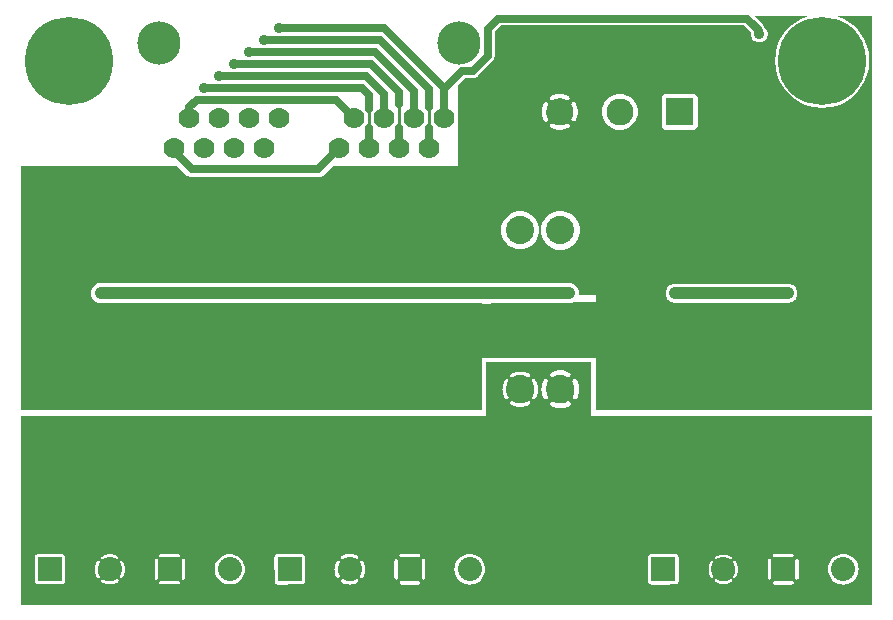
<source format=gbr>
G04 start of page 3 for group 1 idx 1 *
G04 Title: (unknown), solder *
G04 Creator: pcb 20110918 *
G04 CreationDate: Tue 11 Feb 2014 10:14:15 PM GMT UTC *
G04 For: ndholmes *
G04 Format: Gerber/RS-274X *
G04 PCB-Dimensions: 285500 200000 *
G04 PCB-Coordinate-Origin: lower left *
%MOIN*%
%FSLAX25Y25*%
%LNBOTTOM*%
%ADD51C,0.0550*%
%ADD50C,0.1285*%
%ADD49C,0.1280*%
%ADD48C,0.0350*%
%ADD47C,0.0480*%
%ADD46C,0.0640*%
%ADD45C,0.0200*%
%ADD44C,0.0360*%
%ADD43C,0.0900*%
%ADD42C,0.2937*%
%ADD41C,0.1440*%
%ADD40C,0.0700*%
%ADD39C,0.0800*%
%ADD38C,0.0940*%
%ADD37C,0.0100*%
%ADD36C,0.0250*%
%ADD35C,0.0400*%
%ADD34C,0.0001*%
G54D34*G36*
X215000Y64500D02*X222500D01*
Y1500D01*
X215000D01*
Y8405D01*
X219173Y8410D01*
X219341Y8451D01*
X219501Y8517D01*
X219649Y8607D01*
X219780Y8720D01*
X219893Y8851D01*
X219983Y8999D01*
X220049Y9159D01*
X220090Y9327D01*
X220100Y9500D01*
X220090Y17673D01*
X220049Y17841D01*
X219983Y18001D01*
X219893Y18149D01*
X219780Y18280D01*
X219649Y18393D01*
X219501Y18483D01*
X219341Y18549D01*
X219173Y18590D01*
X219000Y18600D01*
X215000Y18595D01*
Y64500D01*
G37*
G36*
X150492D02*X215000D01*
Y18595D01*
X210827Y18590D01*
X210659Y18549D01*
X210499Y18483D01*
X210351Y18393D01*
X210220Y18280D01*
X210107Y18149D01*
X210017Y18001D01*
X209951Y17841D01*
X209910Y17673D01*
X209900Y17500D01*
X209910Y9327D01*
X209951Y9159D01*
X210017Y8999D01*
X210107Y8851D01*
X210220Y8720D01*
X210351Y8607D01*
X210499Y8517D01*
X210659Y8451D01*
X210827Y8410D01*
X211000Y8400D01*
X215000Y8405D01*
Y1500D01*
X150492D01*
Y8385D01*
X150500Y8384D01*
X151300Y8447D01*
X152081Y8635D01*
X152822Y8942D01*
X153507Y9361D01*
X154117Y9883D01*
X154639Y10493D01*
X155058Y11178D01*
X155365Y11919D01*
X155553Y12700D01*
X155600Y13500D01*
X155553Y14300D01*
X155365Y15081D01*
X155058Y15822D01*
X154639Y16507D01*
X154117Y17117D01*
X153507Y17639D01*
X152822Y18058D01*
X152081Y18365D01*
X151300Y18553D01*
X150500Y18616D01*
X150492Y18615D01*
Y64500D01*
G37*
G36*
X135050D02*X150492D01*
Y18615D01*
X149700Y18553D01*
X148919Y18365D01*
X148178Y18058D01*
X147493Y17639D01*
X146883Y17117D01*
X146361Y16507D01*
X145942Y15822D01*
X145635Y15081D01*
X145447Y14300D01*
X145384Y13500D01*
X145447Y12700D01*
X145635Y11919D01*
X145942Y11178D01*
X146361Y10493D01*
X146883Y9883D01*
X147493Y9361D01*
X148178Y8942D01*
X148919Y8635D01*
X149700Y8447D01*
X150492Y8385D01*
Y1500D01*
X135050D01*
Y10048D01*
X135136Y10055D01*
X135220Y10075D01*
X135300Y10108D01*
X135374Y10154D01*
X135440Y10210D01*
X135496Y10276D01*
X135542Y10350D01*
X135575Y10430D01*
X135595Y10514D01*
X135600Y10600D01*
Y16400D01*
X135595Y16486D01*
X135575Y16570D01*
X135542Y16650D01*
X135496Y16724D01*
X135440Y16790D01*
X135374Y16846D01*
X135300Y16892D01*
X135220Y16925D01*
X135136Y16945D01*
X135050Y16952D01*
Y64500D01*
G37*
G36*
X130500D02*X135050D01*
Y16952D01*
X134964Y16945D01*
X134880Y16925D01*
X134800Y16892D01*
X134726Y16846D01*
X134660Y16790D01*
X134604Y16724D01*
X134558Y16650D01*
X134525Y16570D01*
X134505Y16486D01*
X134500Y16400D01*
Y10600D01*
X134505Y10514D01*
X134525Y10430D01*
X134558Y10350D01*
X134604Y10276D01*
X134660Y10210D01*
X134726Y10154D01*
X134800Y10108D01*
X134880Y10075D01*
X134964Y10055D01*
X135050Y10048D01*
Y1500D01*
X130500D01*
Y8400D01*
X133400D01*
X133486Y8405D01*
X133570Y8425D01*
X133650Y8458D01*
X133724Y8504D01*
X133790Y8560D01*
X133846Y8626D01*
X133892Y8700D01*
X133925Y8780D01*
X133945Y8864D01*
X133952Y8950D01*
X133945Y9036D01*
X133925Y9120D01*
X133892Y9200D01*
X133846Y9274D01*
X133790Y9340D01*
X133724Y9396D01*
X133650Y9442D01*
X133570Y9475D01*
X133486Y9495D01*
X133400Y9500D01*
X130500D01*
Y17500D01*
X133400D01*
X133486Y17505D01*
X133570Y17525D01*
X133650Y17558D01*
X133724Y17604D01*
X133790Y17660D01*
X133846Y17726D01*
X133892Y17800D01*
X133925Y17880D01*
X133945Y17964D01*
X133952Y18050D01*
X133945Y18136D01*
X133925Y18220D01*
X133892Y18300D01*
X133846Y18374D01*
X133790Y18440D01*
X133724Y18496D01*
X133650Y18542D01*
X133570Y18575D01*
X133486Y18595D01*
X133400Y18600D01*
X130500D01*
Y64500D01*
G37*
G36*
X274992D02*X284500D01*
Y1500D01*
X274992D01*
Y8385D01*
X275000Y8384D01*
X275800Y8447D01*
X276581Y8635D01*
X277322Y8942D01*
X278007Y9361D01*
X278617Y9883D01*
X279139Y10493D01*
X279558Y11178D01*
X279865Y11919D01*
X280053Y12700D01*
X280100Y13500D01*
X280053Y14300D01*
X279865Y15081D01*
X279558Y15822D01*
X279139Y16507D01*
X278617Y17117D01*
X278007Y17639D01*
X277322Y18058D01*
X276581Y18365D01*
X275800Y18553D01*
X275000Y18616D01*
X274992Y18615D01*
Y64500D01*
G37*
G36*
X259550D02*X274992D01*
Y18615D01*
X274200Y18553D01*
X273419Y18365D01*
X272678Y18058D01*
X271993Y17639D01*
X271383Y17117D01*
X270861Y16507D01*
X270442Y15822D01*
X270135Y15081D01*
X269947Y14300D01*
X269884Y13500D01*
X269947Y12700D01*
X270135Y11919D01*
X270442Y11178D01*
X270861Y10493D01*
X271383Y9883D01*
X271993Y9361D01*
X272678Y8942D01*
X273419Y8635D01*
X274200Y8447D01*
X274992Y8385D01*
Y1500D01*
X259550D01*
Y10048D01*
X259636Y10055D01*
X259720Y10075D01*
X259800Y10108D01*
X259874Y10154D01*
X259940Y10210D01*
X259996Y10276D01*
X260042Y10350D01*
X260075Y10430D01*
X260095Y10514D01*
X260100Y10600D01*
Y16400D01*
X260095Y16486D01*
X260075Y16570D01*
X260042Y16650D01*
X259996Y16724D01*
X259940Y16790D01*
X259874Y16846D01*
X259800Y16892D01*
X259720Y16925D01*
X259636Y16945D01*
X259550Y16952D01*
Y64500D01*
G37*
G36*
X255000D02*X259550D01*
Y16952D01*
X259464Y16945D01*
X259380Y16925D01*
X259300Y16892D01*
X259226Y16846D01*
X259160Y16790D01*
X259104Y16724D01*
X259058Y16650D01*
X259025Y16570D01*
X259005Y16486D01*
X259000Y16400D01*
Y10600D01*
X259005Y10514D01*
X259025Y10430D01*
X259058Y10350D01*
X259104Y10276D01*
X259160Y10210D01*
X259226Y10154D01*
X259300Y10108D01*
X259380Y10075D01*
X259464Y10055D01*
X259550Y10048D01*
Y1500D01*
X255000D01*
Y8400D01*
X257900D01*
X257986Y8405D01*
X258070Y8425D01*
X258150Y8458D01*
X258224Y8504D01*
X258290Y8560D01*
X258346Y8626D01*
X258392Y8700D01*
X258425Y8780D01*
X258445Y8864D01*
X258452Y8950D01*
X258445Y9036D01*
X258425Y9120D01*
X258392Y9200D01*
X258346Y9274D01*
X258290Y9340D01*
X258224Y9396D01*
X258150Y9442D01*
X258070Y9475D01*
X257986Y9495D01*
X257900Y9500D01*
X255000D01*
Y17500D01*
X257900D01*
X257986Y17505D01*
X258070Y17525D01*
X258150Y17558D01*
X258224Y17604D01*
X258290Y17660D01*
X258346Y17726D01*
X258392Y17800D01*
X258425Y17880D01*
X258445Y17964D01*
X258452Y18050D01*
X258445Y18136D01*
X258425Y18220D01*
X258392Y18300D01*
X258346Y18374D01*
X258290Y18440D01*
X258224Y18496D01*
X258150Y18542D01*
X258070Y18575D01*
X257986Y18595D01*
X257900Y18600D01*
X255000D01*
Y64500D01*
G37*
G36*
X250450D02*X255000D01*
Y18600D01*
X252100D01*
X252014Y18595D01*
X251930Y18575D01*
X251850Y18542D01*
X251776Y18496D01*
X251710Y18440D01*
X251654Y18374D01*
X251608Y18300D01*
X251575Y18220D01*
X251555Y18136D01*
X251548Y18050D01*
X251555Y17964D01*
X251575Y17880D01*
X251608Y17800D01*
X251654Y17726D01*
X251710Y17660D01*
X251776Y17604D01*
X251850Y17558D01*
X251930Y17525D01*
X252014Y17505D01*
X252100Y17500D01*
X255000D01*
Y9500D01*
X252100D01*
X252014Y9495D01*
X251930Y9475D01*
X251850Y9442D01*
X251776Y9396D01*
X251710Y9340D01*
X251654Y9274D01*
X251608Y9200D01*
X251575Y9120D01*
X251555Y9036D01*
X251548Y8950D01*
X251555Y8864D01*
X251575Y8780D01*
X251608Y8700D01*
X251654Y8626D01*
X251710Y8560D01*
X251776Y8504D01*
X251850Y8458D01*
X251930Y8425D01*
X252014Y8405D01*
X252100Y8400D01*
X255000D01*
Y1500D01*
X250450D01*
Y10048D01*
X250536Y10055D01*
X250620Y10075D01*
X250700Y10108D01*
X250774Y10154D01*
X250840Y10210D01*
X250896Y10276D01*
X250942Y10350D01*
X250975Y10430D01*
X250995Y10514D01*
X251000Y10600D01*
Y16400D01*
X250995Y16486D01*
X250975Y16570D01*
X250942Y16650D01*
X250896Y16724D01*
X250840Y16790D01*
X250774Y16846D01*
X250700Y16892D01*
X250620Y16925D01*
X250536Y16945D01*
X250450Y16952D01*
Y64500D01*
G37*
G36*
X239080D02*X250450D01*
Y16952D01*
X250364Y16945D01*
X250280Y16925D01*
X250200Y16892D01*
X250126Y16846D01*
X250060Y16790D01*
X250004Y16724D01*
X249958Y16650D01*
X249925Y16570D01*
X249905Y16486D01*
X249900Y16400D01*
Y10600D01*
X249905Y10514D01*
X249925Y10430D01*
X249958Y10350D01*
X250004Y10276D01*
X250060Y10210D01*
X250126Y10154D01*
X250200Y10108D01*
X250280Y10075D01*
X250364Y10055D01*
X250450Y10048D01*
Y1500D01*
X239080D01*
Y10788D01*
X239090Y10802D01*
X239320Y11177D01*
X239511Y11573D01*
X239665Y11985D01*
X239782Y12409D01*
X239861Y12842D01*
X239900Y13280D01*
Y13720D01*
X239861Y14158D01*
X239782Y14591D01*
X239665Y15015D01*
X239511Y15427D01*
X239320Y15823D01*
X239094Y16201D01*
X239080Y16220D01*
Y64500D01*
G37*
G36*
X235002D02*X239080D01*
Y16220D01*
X239051Y16258D01*
X238999Y16306D01*
X238939Y16346D01*
X238875Y16377D01*
X238806Y16397D01*
X238735Y16405D01*
X238664Y16403D01*
X238594Y16389D01*
X238526Y16365D01*
X238464Y16331D01*
X238407Y16287D01*
X238359Y16234D01*
X238319Y16175D01*
X238288Y16111D01*
X238268Y16042D01*
X238260Y15971D01*
X238262Y15900D01*
X238276Y15829D01*
X238300Y15762D01*
X238336Y15700D01*
X238523Y15395D01*
X238678Y15071D01*
X238804Y14735D01*
X238900Y14390D01*
X238964Y14037D01*
X238996Y13679D01*
Y13321D01*
X238964Y12963D01*
X238900Y12610D01*
X238804Y12265D01*
X238678Y11929D01*
X238523Y11605D01*
X238339Y11297D01*
X238304Y11236D01*
X238279Y11170D01*
X238266Y11100D01*
X238264Y11029D01*
X238272Y10959D01*
X238292Y10891D01*
X238322Y10827D01*
X238362Y10768D01*
X238410Y10716D01*
X238466Y10673D01*
X238528Y10639D01*
X238595Y10614D01*
X238664Y10601D01*
X238735Y10599D01*
X238805Y10607D01*
X238873Y10627D01*
X238937Y10657D01*
X238996Y10697D01*
X239048Y10745D01*
X239080Y10788D01*
Y1500D01*
X235002D01*
Y8600D01*
X235220D01*
X235658Y8639D01*
X236091Y8718D01*
X236515Y8835D01*
X236927Y8989D01*
X237323Y9180D01*
X237701Y9406D01*
X237758Y9449D01*
X237806Y9501D01*
X237846Y9561D01*
X237877Y9625D01*
X237897Y9694D01*
X237905Y9765D01*
X237903Y9836D01*
X237889Y9906D01*
X237865Y9974D01*
X237831Y10036D01*
X237787Y10093D01*
X237734Y10141D01*
X237675Y10181D01*
X237611Y10212D01*
X237542Y10232D01*
X237471Y10240D01*
X237400Y10238D01*
X237329Y10224D01*
X237262Y10200D01*
X237200Y10164D01*
X236895Y9977D01*
X236571Y9822D01*
X236235Y9696D01*
X235890Y9600D01*
X235537Y9536D01*
X235179Y9504D01*
X235002D01*
Y17496D01*
X235179D01*
X235537Y17464D01*
X235890Y17400D01*
X236235Y17304D01*
X236571Y17178D01*
X236895Y17023D01*
X237203Y16839D01*
X237264Y16804D01*
X237330Y16779D01*
X237400Y16766D01*
X237471Y16764D01*
X237541Y16772D01*
X237609Y16792D01*
X237673Y16822D01*
X237732Y16862D01*
X237784Y16910D01*
X237827Y16966D01*
X237861Y17028D01*
X237886Y17095D01*
X237899Y17164D01*
X237901Y17235D01*
X237893Y17305D01*
X237873Y17373D01*
X237843Y17437D01*
X237803Y17496D01*
X237755Y17548D01*
X237698Y17590D01*
X237323Y17820D01*
X236927Y18011D01*
X236515Y18165D01*
X236091Y18282D01*
X235658Y18361D01*
X235220Y18400D01*
X235002D01*
Y64500D01*
G37*
G36*
X230920D02*X235002D01*
Y18400D01*
X234780D01*
X234342Y18361D01*
X233909Y18282D01*
X233485Y18165D01*
X233073Y18011D01*
X232677Y17820D01*
X232299Y17594D01*
X232242Y17551D01*
X232194Y17499D01*
X232154Y17439D01*
X232123Y17375D01*
X232103Y17306D01*
X232095Y17235D01*
X232097Y17164D01*
X232111Y17094D01*
X232135Y17026D01*
X232169Y16964D01*
X232213Y16907D01*
X232266Y16859D01*
X232325Y16819D01*
X232389Y16788D01*
X232458Y16768D01*
X232529Y16760D01*
X232600Y16762D01*
X232671Y16776D01*
X232738Y16800D01*
X232800Y16836D01*
X233105Y17023D01*
X233429Y17178D01*
X233765Y17304D01*
X234110Y17400D01*
X234463Y17464D01*
X234821Y17496D01*
X235002D01*
Y9504D01*
X234821D01*
X234463Y9536D01*
X234110Y9600D01*
X233765Y9696D01*
X233429Y9822D01*
X233105Y9977D01*
X232797Y10161D01*
X232736Y10196D01*
X232670Y10221D01*
X232600Y10234D01*
X232529Y10236D01*
X232459Y10228D01*
X232391Y10208D01*
X232327Y10178D01*
X232268Y10138D01*
X232216Y10090D01*
X232173Y10034D01*
X232139Y9972D01*
X232114Y9905D01*
X232101Y9836D01*
X232099Y9765D01*
X232107Y9695D01*
X232127Y9627D01*
X232157Y9563D01*
X232197Y9504D01*
X232245Y9452D01*
X232302Y9410D01*
X232677Y9180D01*
X233073Y8989D01*
X233485Y8835D01*
X233909Y8718D01*
X234342Y8639D01*
X234780Y8600D01*
X235002D01*
Y1500D01*
X230920D01*
Y10780D01*
X230949Y10742D01*
X231001Y10694D01*
X231061Y10654D01*
X231125Y10623D01*
X231194Y10603D01*
X231265Y10595D01*
X231336Y10597D01*
X231406Y10611D01*
X231474Y10635D01*
X231536Y10669D01*
X231593Y10713D01*
X231641Y10766D01*
X231681Y10825D01*
X231712Y10889D01*
X231732Y10958D01*
X231740Y11029D01*
X231738Y11100D01*
X231724Y11171D01*
X231700Y11238D01*
X231664Y11300D01*
X231477Y11605D01*
X231322Y11929D01*
X231196Y12265D01*
X231100Y12610D01*
X231036Y12963D01*
X231004Y13321D01*
Y13679D01*
X231036Y14037D01*
X231100Y14390D01*
X231196Y14735D01*
X231322Y15071D01*
X231477Y15395D01*
X231661Y15703D01*
X231696Y15764D01*
X231721Y15830D01*
X231734Y15900D01*
X231736Y15971D01*
X231728Y16041D01*
X231708Y16109D01*
X231678Y16173D01*
X231638Y16232D01*
X231590Y16284D01*
X231534Y16327D01*
X231472Y16361D01*
X231405Y16386D01*
X231336Y16399D01*
X231265Y16401D01*
X231195Y16393D01*
X231127Y16373D01*
X231063Y16343D01*
X231004Y16303D01*
X230952Y16255D01*
X230920Y16212D01*
Y64500D01*
G37*
G36*
X215000D02*X230920D01*
Y16212D01*
X230910Y16198D01*
X230680Y15823D01*
X230489Y15427D01*
X230335Y15015D01*
X230218Y14591D01*
X230139Y14158D01*
X230100Y13720D01*
Y13280D01*
X230139Y12842D01*
X230218Y12409D01*
X230335Y11985D01*
X230489Y11573D01*
X230680Y11177D01*
X230906Y10799D01*
X230920Y10780D01*
Y1500D01*
X215000D01*
Y8405D01*
X219173Y8410D01*
X219341Y8451D01*
X219501Y8517D01*
X219649Y8607D01*
X219780Y8720D01*
X219893Y8851D01*
X219983Y8999D01*
X220049Y9159D01*
X220090Y9327D01*
X220100Y9500D01*
X220090Y17673D01*
X220049Y17841D01*
X219983Y18001D01*
X219893Y18149D01*
X219780Y18280D01*
X219649Y18393D01*
X219501Y18483D01*
X219341Y18549D01*
X219173Y18590D01*
X219000Y18600D01*
X215000Y18595D01*
Y64500D01*
G37*
G36*
X192500D02*X215000D01*
Y18595D01*
X210827Y18590D01*
X210659Y18549D01*
X210499Y18483D01*
X210351Y18393D01*
X210220Y18280D01*
X210107Y18149D01*
X210017Y18001D01*
X209951Y17841D01*
X209910Y17673D01*
X209900Y17500D01*
X209910Y9327D01*
X209951Y9159D01*
X210017Y8999D01*
X210107Y8851D01*
X210220Y8720D01*
X210351Y8607D01*
X210499Y8517D01*
X210659Y8451D01*
X210827Y8410D01*
X211000Y8400D01*
X215000Y8405D01*
Y1500D01*
X192500D01*
Y64500D01*
G37*
G36*
X70492D02*X93000D01*
Y18598D01*
X86327Y18590D01*
X86159Y18549D01*
X85999Y18483D01*
X85851Y18393D01*
X85720Y18280D01*
X85607Y18149D01*
X85517Y18001D01*
X85451Y17841D01*
X85410Y17673D01*
X85400Y17500D01*
X85410Y9327D01*
X85451Y9159D01*
X85517Y8999D01*
X85607Y8851D01*
X85720Y8720D01*
X85851Y8607D01*
X85999Y8517D01*
X86159Y8451D01*
X86327Y8410D01*
X86500Y8400D01*
X93000Y8408D01*
Y1500D01*
X70492D01*
Y8485D01*
X70500Y8485D01*
X71285Y8546D01*
X72050Y8730D01*
X72777Y9031D01*
X73448Y9442D01*
X74046Y9954D01*
X74558Y10552D01*
X74969Y11223D01*
X75270Y11950D01*
X75454Y12715D01*
X75500Y13500D01*
X75454Y14285D01*
X75270Y15050D01*
X74969Y15777D01*
X74558Y16448D01*
X74046Y17046D01*
X73448Y17558D01*
X72777Y17969D01*
X72050Y18270D01*
X71285Y18454D01*
X70500Y18515D01*
X70492Y18515D01*
Y64500D01*
G37*
G36*
X55000D02*X70492D01*
Y18515D01*
X69715Y18454D01*
X68950Y18270D01*
X68223Y17969D01*
X67552Y17558D01*
X66954Y17046D01*
X66442Y16448D01*
X66031Y15777D01*
X65730Y15050D01*
X65546Y14285D01*
X65485Y13500D01*
X65546Y12715D01*
X65730Y11950D01*
X66031Y11223D01*
X66442Y10552D01*
X66954Y9954D01*
X67552Y9442D01*
X68223Y9031D01*
X68950Y8730D01*
X69715Y8546D01*
X70492Y8485D01*
Y1500D01*
X55000D01*
Y9998D01*
X55078Y10005D01*
X55155Y10023D01*
X55228Y10053D01*
X55295Y10094D01*
X55355Y10145D01*
X55406Y10205D01*
X55447Y10272D01*
X55477Y10345D01*
X55495Y10422D01*
X55500Y10500D01*
Y16500D01*
X55495Y16578D01*
X55477Y16655D01*
X55447Y16728D01*
X55406Y16795D01*
X55355Y16855D01*
X55295Y16906D01*
X55228Y16947D01*
X55155Y16977D01*
X55078Y16995D01*
X55000Y17002D01*
Y64500D01*
G37*
G36*
X50500D02*X55000D01*
Y17002D01*
X54922Y16995D01*
X54845Y16977D01*
X54772Y16947D01*
X54705Y16906D01*
X54645Y16855D01*
X54594Y16795D01*
X54553Y16728D01*
X54523Y16655D01*
X54505Y16578D01*
X54500Y16500D01*
Y10500D01*
X54505Y10422D01*
X54523Y10345D01*
X54553Y10272D01*
X54594Y10205D01*
X54645Y10145D01*
X54705Y10094D01*
X54772Y10053D01*
X54845Y10023D01*
X54922Y10005D01*
X55000Y9998D01*
Y1500D01*
X50500D01*
Y8500D01*
X53500D01*
X53578Y8505D01*
X53655Y8523D01*
X53728Y8553D01*
X53795Y8594D01*
X53855Y8645D01*
X53906Y8705D01*
X53947Y8772D01*
X53977Y8845D01*
X53995Y8922D01*
X54002Y9000D01*
X53995Y9078D01*
X53977Y9155D01*
X53947Y9228D01*
X53906Y9295D01*
X53855Y9355D01*
X53795Y9406D01*
X53728Y9447D01*
X53655Y9477D01*
X53578Y9495D01*
X53500Y9500D01*
X50500D01*
Y17500D01*
X53500D01*
X53578Y17505D01*
X53655Y17523D01*
X53728Y17553D01*
X53795Y17594D01*
X53855Y17645D01*
X53906Y17705D01*
X53947Y17772D01*
X53977Y17845D01*
X53995Y17922D01*
X54002Y18000D01*
X53995Y18078D01*
X53977Y18155D01*
X53947Y18228D01*
X53906Y18295D01*
X53855Y18355D01*
X53795Y18406D01*
X53728Y18447D01*
X53655Y18477D01*
X53578Y18495D01*
X53500Y18500D01*
X50500D01*
Y64500D01*
G37*
G36*
X46000D02*X50500D01*
Y18500D01*
X47500D01*
X47422Y18495D01*
X47345Y18477D01*
X47272Y18447D01*
X47205Y18406D01*
X47145Y18355D01*
X47094Y18295D01*
X47053Y18228D01*
X47023Y18155D01*
X47005Y18078D01*
X46998Y18000D01*
X47005Y17922D01*
X47023Y17845D01*
X47053Y17772D01*
X47094Y17705D01*
X47145Y17645D01*
X47205Y17594D01*
X47272Y17553D01*
X47345Y17523D01*
X47422Y17505D01*
X47500Y17500D01*
X50500D01*
Y9500D01*
X47500D01*
X47422Y9495D01*
X47345Y9477D01*
X47272Y9447D01*
X47205Y9406D01*
X47145Y9355D01*
X47094Y9295D01*
X47053Y9228D01*
X47023Y9155D01*
X47005Y9078D01*
X46998Y9000D01*
X47005Y8922D01*
X47023Y8845D01*
X47053Y8772D01*
X47094Y8705D01*
X47145Y8645D01*
X47205Y8594D01*
X47272Y8553D01*
X47345Y8523D01*
X47422Y8505D01*
X47500Y8500D01*
X50500D01*
Y1500D01*
X46000D01*
Y9998D01*
X46078Y10005D01*
X46155Y10023D01*
X46228Y10053D01*
X46295Y10094D01*
X46355Y10145D01*
X46406Y10205D01*
X46447Y10272D01*
X46477Y10345D01*
X46495Y10422D01*
X46500Y10500D01*
Y16500D01*
X46495Y16578D01*
X46477Y16655D01*
X46447Y16728D01*
X46406Y16795D01*
X46355Y16855D01*
X46295Y16906D01*
X46228Y16947D01*
X46155Y16977D01*
X46078Y16995D01*
X46000Y17002D01*
Y64500D01*
G37*
G36*
X34653D02*X46000D01*
Y17002D01*
X45922Y16995D01*
X45845Y16977D01*
X45772Y16947D01*
X45705Y16906D01*
X45645Y16855D01*
X45594Y16795D01*
X45553Y16728D01*
X45523Y16655D01*
X45505Y16578D01*
X45500Y16500D01*
Y10500D01*
X45505Y10422D01*
X45523Y10345D01*
X45553Y10272D01*
X45594Y10205D01*
X45645Y10145D01*
X45705Y10094D01*
X45772Y10053D01*
X45845Y10023D01*
X45922Y10005D01*
X46000Y9998D01*
Y1500D01*
X34653D01*
Y10738D01*
X34682Y10767D01*
X34728Y10831D01*
X34964Y11236D01*
X35157Y11665D01*
X35308Y12109D01*
X35418Y12566D01*
X35483Y13031D01*
X35506Y13500D01*
X35483Y13969D01*
X35418Y14434D01*
X35308Y14891D01*
X35157Y15335D01*
X34964Y15764D01*
X34732Y16172D01*
X34685Y16236D01*
X34653Y16268D01*
Y64500D01*
G37*
G36*
X30502D02*X34653D01*
Y16268D01*
X34628Y16292D01*
X34564Y16337D01*
X34492Y16372D01*
X34417Y16396D01*
X34338Y16407D01*
X34259Y16406D01*
X34180Y16393D01*
X34105Y16367D01*
X34035Y16330D01*
X33971Y16283D01*
X33916Y16226D01*
X33870Y16161D01*
X33835Y16090D01*
X33812Y16014D01*
X33800Y15935D01*
X33801Y15856D01*
X33815Y15778D01*
X33840Y15703D01*
X33879Y15633D01*
X34068Y15309D01*
X34221Y14967D01*
X34342Y14612D01*
X34430Y14246D01*
X34482Y13875D01*
X34500Y13500D01*
X34482Y13125D01*
X34430Y12754D01*
X34342Y12388D01*
X34221Y12033D01*
X34068Y11691D01*
X33882Y11365D01*
X33844Y11296D01*
X33819Y11221D01*
X33806Y11144D01*
X33805Y11065D01*
X33816Y10987D01*
X33839Y10912D01*
X33874Y10841D01*
X33919Y10777D01*
X33974Y10721D01*
X34037Y10673D01*
X34107Y10637D01*
X34181Y10612D01*
X34259Y10598D01*
X34338Y10597D01*
X34416Y10608D01*
X34491Y10632D01*
X34561Y10666D01*
X34626Y10712D01*
X34653Y10738D01*
Y1500D01*
X30502D01*
Y8495D01*
X30969Y8517D01*
X31434Y8582D01*
X31891Y8692D01*
X32335Y8843D01*
X32764Y9036D01*
X33172Y9268D01*
X33236Y9315D01*
X33292Y9372D01*
X33337Y9436D01*
X33372Y9508D01*
X33396Y9583D01*
X33407Y9662D01*
X33406Y9741D01*
X33393Y9820D01*
X33367Y9895D01*
X33330Y9965D01*
X33283Y10029D01*
X33226Y10084D01*
X33161Y10130D01*
X33090Y10165D01*
X33014Y10188D01*
X32935Y10200D01*
X32856Y10199D01*
X32778Y10185D01*
X32703Y10160D01*
X32633Y10121D01*
X32309Y9932D01*
X31967Y9779D01*
X31612Y9658D01*
X31246Y9570D01*
X30875Y9518D01*
X30502Y9500D01*
Y17500D01*
X30875Y17482D01*
X31246Y17430D01*
X31612Y17342D01*
X31967Y17221D01*
X32309Y17068D01*
X32635Y16882D01*
X32704Y16844D01*
X32779Y16819D01*
X32856Y16806D01*
X32935Y16805D01*
X33013Y16816D01*
X33088Y16839D01*
X33159Y16874D01*
X33223Y16919D01*
X33279Y16974D01*
X33327Y17037D01*
X33363Y17107D01*
X33388Y17181D01*
X33402Y17259D01*
X33403Y17338D01*
X33392Y17416D01*
X33368Y17491D01*
X33334Y17561D01*
X33288Y17626D01*
X33233Y17682D01*
X33169Y17728D01*
X32764Y17964D01*
X32335Y18157D01*
X31891Y18308D01*
X31434Y18418D01*
X30969Y18483D01*
X30502Y18505D01*
Y64500D01*
G37*
G36*
X26347D02*X30502D01*
Y18505D01*
X30500Y18506D01*
X30031Y18483D01*
X29566Y18418D01*
X29109Y18308D01*
X28665Y18157D01*
X28236Y17964D01*
X27828Y17732D01*
X27764Y17685D01*
X27708Y17628D01*
X27663Y17564D01*
X27628Y17492D01*
X27604Y17417D01*
X27593Y17338D01*
X27594Y17259D01*
X27607Y17180D01*
X27633Y17105D01*
X27670Y17035D01*
X27717Y16971D01*
X27774Y16916D01*
X27839Y16870D01*
X27910Y16835D01*
X27986Y16812D01*
X28065Y16800D01*
X28144Y16801D01*
X28222Y16815D01*
X28297Y16840D01*
X28367Y16879D01*
X28691Y17068D01*
X29033Y17221D01*
X29388Y17342D01*
X29754Y17430D01*
X30125Y17482D01*
X30500Y17500D01*
X30502Y17500D01*
Y9500D01*
X30500Y9500D01*
X30125Y9518D01*
X29754Y9570D01*
X29388Y9658D01*
X29033Y9779D01*
X28691Y9932D01*
X28364Y10118D01*
X28296Y10156D01*
X28221Y10181D01*
X28144Y10194D01*
X28065Y10195D01*
X27987Y10184D01*
X27912Y10161D01*
X27841Y10126D01*
X27777Y10081D01*
X27721Y10026D01*
X27673Y9963D01*
X27637Y9893D01*
X27612Y9819D01*
X27598Y9741D01*
X27597Y9662D01*
X27608Y9584D01*
X27632Y9509D01*
X27666Y9439D01*
X27712Y9374D01*
X27767Y9318D01*
X27831Y9272D01*
X28236Y9036D01*
X28665Y8843D01*
X29109Y8692D01*
X29566Y8582D01*
X30031Y8517D01*
X30500Y8494D01*
X30502Y8495D01*
Y1500D01*
X26347D01*
Y10732D01*
X26372Y10708D01*
X26436Y10663D01*
X26508Y10628D01*
X26583Y10604D01*
X26662Y10593D01*
X26741Y10594D01*
X26820Y10607D01*
X26895Y10633D01*
X26965Y10670D01*
X27029Y10717D01*
X27084Y10774D01*
X27130Y10839D01*
X27165Y10910D01*
X27188Y10986D01*
X27200Y11065D01*
X27199Y11144D01*
X27185Y11222D01*
X27160Y11297D01*
X27121Y11367D01*
X26932Y11691D01*
X26779Y12033D01*
X26658Y12388D01*
X26570Y12754D01*
X26518Y13125D01*
X26500Y13500D01*
X26518Y13875D01*
X26570Y14246D01*
X26658Y14612D01*
X26779Y14967D01*
X26932Y15309D01*
X27118Y15635D01*
X27156Y15704D01*
X27181Y15779D01*
X27194Y15856D01*
X27195Y15935D01*
X27184Y16013D01*
X27161Y16088D01*
X27126Y16159D01*
X27081Y16223D01*
X27026Y16279D01*
X26963Y16327D01*
X26893Y16363D01*
X26819Y16388D01*
X26741Y16402D01*
X26662Y16403D01*
X26584Y16392D01*
X26509Y16368D01*
X26439Y16334D01*
X26374Y16288D01*
X26347Y16262D01*
Y64500D01*
G37*
G36*
X10500D02*X26347D01*
Y16262D01*
X26318Y16233D01*
X26272Y16169D01*
X26036Y15764D01*
X25843Y15335D01*
X25692Y14891D01*
X25582Y14434D01*
X25517Y13969D01*
X25494Y13500D01*
X25517Y13031D01*
X25582Y12566D01*
X25692Y12109D01*
X25843Y11665D01*
X26036Y11236D01*
X26268Y10828D01*
X26315Y10764D01*
X26347Y10732D01*
Y1500D01*
X10500D01*
Y8505D01*
X14657Y8509D01*
X14810Y8546D01*
X14955Y8606D01*
X15090Y8688D01*
X15209Y8791D01*
X15312Y8910D01*
X15394Y9045D01*
X15454Y9190D01*
X15491Y9343D01*
X15500Y9500D01*
X15491Y17657D01*
X15454Y17810D01*
X15394Y17955D01*
X15312Y18090D01*
X15209Y18209D01*
X15090Y18312D01*
X14955Y18394D01*
X14810Y18454D01*
X14657Y18491D01*
X14500Y18500D01*
X10500Y18495D01*
Y64500D01*
G37*
G36*
X1000D02*X10500D01*
Y18495D01*
X6343Y18491D01*
X6190Y18454D01*
X6045Y18394D01*
X5910Y18312D01*
X5791Y18209D01*
X5688Y18090D01*
X5606Y17955D01*
X5546Y17810D01*
X5509Y17657D01*
X5500Y17500D01*
X5509Y9343D01*
X5546Y9190D01*
X5606Y9045D01*
X5688Y8910D01*
X5791Y8791D01*
X5910Y8688D01*
X6045Y8606D01*
X6190Y8546D01*
X6343Y8509D01*
X6500Y8500D01*
X10500Y8505D01*
Y1500D01*
X1000D01*
Y64500D01*
G37*
G36*
X150492D02*X173000D01*
Y1500D01*
X150492D01*
Y8385D01*
X150500Y8384D01*
X151300Y8447D01*
X152081Y8635D01*
X152822Y8942D01*
X153507Y9361D01*
X154117Y9883D01*
X154639Y10493D01*
X155058Y11178D01*
X155365Y11919D01*
X155553Y12700D01*
X155600Y13500D01*
X155553Y14300D01*
X155365Y15081D01*
X155058Y15822D01*
X154639Y16507D01*
X154117Y17117D01*
X153507Y17639D01*
X152822Y18058D01*
X152081Y18365D01*
X151300Y18553D01*
X150500Y18616D01*
X150492Y18615D01*
Y64500D01*
G37*
G36*
X135050D02*X150492D01*
Y18615D01*
X149700Y18553D01*
X148919Y18365D01*
X148178Y18058D01*
X147493Y17639D01*
X146883Y17117D01*
X146361Y16507D01*
X145942Y15822D01*
X145635Y15081D01*
X145447Y14300D01*
X145384Y13500D01*
X145447Y12700D01*
X145635Y11919D01*
X145942Y11178D01*
X146361Y10493D01*
X146883Y9883D01*
X147493Y9361D01*
X148178Y8942D01*
X148919Y8635D01*
X149700Y8447D01*
X150492Y8385D01*
Y1500D01*
X135050D01*
Y10048D01*
X135136Y10055D01*
X135220Y10075D01*
X135300Y10108D01*
X135374Y10154D01*
X135440Y10210D01*
X135496Y10276D01*
X135542Y10350D01*
X135575Y10430D01*
X135595Y10514D01*
X135600Y10600D01*
Y16400D01*
X135595Y16486D01*
X135575Y16570D01*
X135542Y16650D01*
X135496Y16724D01*
X135440Y16790D01*
X135374Y16846D01*
X135300Y16892D01*
X135220Y16925D01*
X135136Y16945D01*
X135050Y16952D01*
Y64500D01*
G37*
G36*
X130500D02*X135050D01*
Y16952D01*
X134964Y16945D01*
X134880Y16925D01*
X134800Y16892D01*
X134726Y16846D01*
X134660Y16790D01*
X134604Y16724D01*
X134558Y16650D01*
X134525Y16570D01*
X134505Y16486D01*
X134500Y16400D01*
Y10600D01*
X134505Y10514D01*
X134525Y10430D01*
X134558Y10350D01*
X134604Y10276D01*
X134660Y10210D01*
X134726Y10154D01*
X134800Y10108D01*
X134880Y10075D01*
X134964Y10055D01*
X135050Y10048D01*
Y1500D01*
X130500D01*
Y8400D01*
X133400D01*
X133486Y8405D01*
X133570Y8425D01*
X133650Y8458D01*
X133724Y8504D01*
X133790Y8560D01*
X133846Y8626D01*
X133892Y8700D01*
X133925Y8780D01*
X133945Y8864D01*
X133952Y8950D01*
X133945Y9036D01*
X133925Y9120D01*
X133892Y9200D01*
X133846Y9274D01*
X133790Y9340D01*
X133724Y9396D01*
X133650Y9442D01*
X133570Y9475D01*
X133486Y9495D01*
X133400Y9500D01*
X130500D01*
Y17500D01*
X133400D01*
X133486Y17505D01*
X133570Y17525D01*
X133650Y17558D01*
X133724Y17604D01*
X133790Y17660D01*
X133846Y17726D01*
X133892Y17800D01*
X133925Y17880D01*
X133945Y17964D01*
X133952Y18050D01*
X133945Y18136D01*
X133925Y18220D01*
X133892Y18300D01*
X133846Y18374D01*
X133790Y18440D01*
X133724Y18496D01*
X133650Y18542D01*
X133570Y18575D01*
X133486Y18595D01*
X133400Y18600D01*
X130500D01*
Y64500D01*
G37*
G36*
X125950D02*X130500D01*
Y18600D01*
X127600D01*
X127514Y18595D01*
X127430Y18575D01*
X127350Y18542D01*
X127276Y18496D01*
X127210Y18440D01*
X127154Y18374D01*
X127108Y18300D01*
X127075Y18220D01*
X127055Y18136D01*
X127048Y18050D01*
X127055Y17964D01*
X127075Y17880D01*
X127108Y17800D01*
X127154Y17726D01*
X127210Y17660D01*
X127276Y17604D01*
X127350Y17558D01*
X127430Y17525D01*
X127514Y17505D01*
X127600Y17500D01*
X130500D01*
Y9500D01*
X127600D01*
X127514Y9495D01*
X127430Y9475D01*
X127350Y9442D01*
X127276Y9396D01*
X127210Y9340D01*
X127154Y9274D01*
X127108Y9200D01*
X127075Y9120D01*
X127055Y9036D01*
X127048Y8950D01*
X127055Y8864D01*
X127075Y8780D01*
X127108Y8700D01*
X127154Y8626D01*
X127210Y8560D01*
X127276Y8504D01*
X127350Y8458D01*
X127430Y8425D01*
X127514Y8405D01*
X127600Y8400D01*
X130500D01*
Y1500D01*
X125950D01*
Y10048D01*
X126036Y10055D01*
X126120Y10075D01*
X126200Y10108D01*
X126274Y10154D01*
X126340Y10210D01*
X126396Y10276D01*
X126442Y10350D01*
X126475Y10430D01*
X126495Y10514D01*
X126500Y10600D01*
Y16400D01*
X126495Y16486D01*
X126475Y16570D01*
X126442Y16650D01*
X126396Y16724D01*
X126340Y16790D01*
X126274Y16846D01*
X126200Y16892D01*
X126120Y16925D01*
X126036Y16945D01*
X125950Y16952D01*
Y64500D01*
G37*
G36*
X114722D02*X125950D01*
Y16952D01*
X125864Y16945D01*
X125780Y16925D01*
X125700Y16892D01*
X125626Y16846D01*
X125560Y16790D01*
X125504Y16724D01*
X125458Y16650D01*
X125425Y16570D01*
X125405Y16486D01*
X125400Y16400D01*
Y10600D01*
X125405Y10514D01*
X125425Y10430D01*
X125458Y10350D01*
X125504Y10276D01*
X125560Y10210D01*
X125626Y10154D01*
X125700Y10108D01*
X125780Y10075D01*
X125864Y10055D01*
X125950Y10048D01*
Y1500D01*
X114722D01*
Y10705D01*
X114755Y10729D01*
X114816Y10791D01*
X114865Y10862D01*
X115090Y11265D01*
X115274Y11690D01*
X115418Y12129D01*
X115522Y12580D01*
X115584Y13038D01*
X115605Y13500D01*
X115584Y13962D01*
X115522Y14420D01*
X115418Y14871D01*
X115274Y15310D01*
X115090Y15735D01*
X114869Y16141D01*
X114819Y16212D01*
X114758Y16274D01*
X114722Y16300D01*
Y64500D01*
G37*
G36*
X110502D02*X114722D01*
Y16300D01*
X114687Y16326D01*
X114610Y16366D01*
X114527Y16393D01*
X114441Y16407D01*
X114354Y16408D01*
X114268Y16395D01*
X114184Y16368D01*
X114107Y16329D01*
X114036Y16278D01*
X113974Y16217D01*
X113922Y16147D01*
X113882Y16069D01*
X113854Y15987D01*
X113840Y15901D01*
X113840Y15813D01*
X113853Y15727D01*
X113879Y15644D01*
X113920Y15567D01*
X114096Y15251D01*
X114240Y14918D01*
X114353Y14574D01*
X114434Y14221D01*
X114484Y13862D01*
X114500Y13500D01*
X114484Y13138D01*
X114434Y12779D01*
X114353Y12426D01*
X114240Y12082D01*
X114096Y11749D01*
X113923Y11431D01*
X113883Y11354D01*
X113857Y11272D01*
X113844Y11186D01*
X113844Y11100D01*
X113858Y11014D01*
X113886Y10932D01*
X113925Y10855D01*
X113977Y10786D01*
X114038Y10725D01*
X114109Y10674D01*
X114186Y10636D01*
X114269Y10609D01*
X114354Y10596D01*
X114441Y10597D01*
X114526Y10611D01*
X114608Y10638D01*
X114685Y10678D01*
X114722Y10705D01*
Y1500D01*
X110502D01*
Y8395D01*
X110962Y8416D01*
X111420Y8478D01*
X111871Y8582D01*
X112310Y8726D01*
X112735Y8910D01*
X113141Y9131D01*
X113212Y9181D01*
X113274Y9242D01*
X113326Y9313D01*
X113366Y9390D01*
X113393Y9473D01*
X113407Y9559D01*
X113408Y9646D01*
X113395Y9732D01*
X113368Y9816D01*
X113329Y9893D01*
X113278Y9964D01*
X113217Y10026D01*
X113147Y10078D01*
X113069Y10118D01*
X112987Y10146D01*
X112901Y10160D01*
X112813Y10160D01*
X112727Y10147D01*
X112644Y10121D01*
X112567Y10080D01*
X112251Y9904D01*
X111918Y9760D01*
X111574Y9647D01*
X111221Y9566D01*
X110862Y9516D01*
X110502Y9500D01*
Y17500D01*
X110862Y17484D01*
X111221Y17435D01*
X111574Y17353D01*
X111918Y17240D01*
X112251Y17096D01*
X112569Y16923D01*
X112646Y16883D01*
X112728Y16857D01*
X112814Y16844D01*
X112900Y16844D01*
X112986Y16858D01*
X113068Y16886D01*
X113145Y16925D01*
X113214Y16977D01*
X113275Y17038D01*
X113326Y17109D01*
X113364Y17186D01*
X113391Y17269D01*
X113404Y17354D01*
X113403Y17441D01*
X113389Y17526D01*
X113362Y17608D01*
X113322Y17685D01*
X113271Y17755D01*
X113209Y17816D01*
X113138Y17865D01*
X112735Y18090D01*
X112310Y18274D01*
X111871Y18418D01*
X111420Y18522D01*
X110962Y18584D01*
X110502Y18605D01*
Y64500D01*
G37*
G36*
X106278D02*X110502D01*
Y18605D01*
X110500Y18605D01*
X110038Y18584D01*
X109580Y18522D01*
X109129Y18418D01*
X108690Y18274D01*
X108265Y18090D01*
X107859Y17869D01*
X107788Y17819D01*
X107726Y17758D01*
X107674Y17687D01*
X107634Y17610D01*
X107607Y17527D01*
X107593Y17441D01*
X107592Y17354D01*
X107605Y17268D01*
X107632Y17184D01*
X107671Y17107D01*
X107722Y17036D01*
X107783Y16974D01*
X107853Y16922D01*
X107931Y16882D01*
X108013Y16854D01*
X108099Y16840D01*
X108187Y16840D01*
X108273Y16853D01*
X108356Y16879D01*
X108433Y16920D01*
X108749Y17096D01*
X109082Y17240D01*
X109426Y17353D01*
X109779Y17435D01*
X110138Y17484D01*
X110500Y17500D01*
X110502Y17500D01*
Y9500D01*
X110500Y9500D01*
X110138Y9516D01*
X109779Y9566D01*
X109426Y9647D01*
X109082Y9760D01*
X108749Y9904D01*
X108431Y10077D01*
X108354Y10117D01*
X108272Y10143D01*
X108186Y10156D01*
X108100Y10156D01*
X108014Y10142D01*
X107932Y10114D01*
X107855Y10075D01*
X107786Y10023D01*
X107725Y9962D01*
X107674Y9891D01*
X107636Y9814D01*
X107609Y9731D01*
X107596Y9646D01*
X107597Y9559D01*
X107611Y9474D01*
X107638Y9392D01*
X107678Y9315D01*
X107729Y9245D01*
X107791Y9184D01*
X107862Y9135D01*
X108265Y8910D01*
X108690Y8726D01*
X109129Y8582D01*
X109580Y8478D01*
X110038Y8416D01*
X110500Y8395D01*
X110502Y8395D01*
Y1500D01*
X106278D01*
Y10700D01*
X106313Y10674D01*
X106390Y10634D01*
X106473Y10607D01*
X106559Y10593D01*
X106646Y10592D01*
X106732Y10605D01*
X106816Y10632D01*
X106893Y10671D01*
X106964Y10722D01*
X107026Y10783D01*
X107078Y10853D01*
X107118Y10931D01*
X107146Y11013D01*
X107160Y11099D01*
X107160Y11187D01*
X107147Y11273D01*
X107121Y11356D01*
X107080Y11433D01*
X106904Y11749D01*
X106760Y12082D01*
X106647Y12426D01*
X106565Y12779D01*
X106516Y13138D01*
X106500Y13500D01*
X106516Y13862D01*
X106565Y14221D01*
X106647Y14574D01*
X106760Y14918D01*
X106904Y15251D01*
X107077Y15569D01*
X107117Y15646D01*
X107143Y15728D01*
X107156Y15814D01*
X107156Y15900D01*
X107142Y15986D01*
X107114Y16068D01*
X107075Y16145D01*
X107023Y16214D01*
X106962Y16275D01*
X106891Y16326D01*
X106814Y16364D01*
X106731Y16391D01*
X106646Y16404D01*
X106559Y16403D01*
X106474Y16389D01*
X106392Y16362D01*
X106315Y16322D01*
X106278Y16295D01*
Y64500D01*
G37*
G36*
X90500D02*X106278D01*
Y16295D01*
X106245Y16271D01*
X106184Y16209D01*
X106135Y16138D01*
X105910Y15735D01*
X105726Y15310D01*
X105582Y14871D01*
X105478Y14420D01*
X105416Y13962D01*
X105395Y13500D01*
X105416Y13038D01*
X105478Y12580D01*
X105582Y12129D01*
X105726Y11690D01*
X105910Y11265D01*
X106131Y10859D01*
X106181Y10788D01*
X106242Y10726D01*
X106278Y10700D01*
Y1500D01*
X90500D01*
Y8405D01*
X94673Y8410D01*
X94841Y8451D01*
X95001Y8517D01*
X95149Y8607D01*
X95280Y8720D01*
X95393Y8851D01*
X95483Y8999D01*
X95549Y9159D01*
X95590Y9327D01*
X95600Y9500D01*
X95590Y17673D01*
X95549Y17841D01*
X95483Y18001D01*
X95393Y18149D01*
X95280Y18280D01*
X95149Y18393D01*
X95001Y18483D01*
X94841Y18549D01*
X94673Y18590D01*
X94500Y18600D01*
X90500Y18595D01*
Y64500D01*
G37*
G36*
X81000D02*X90500D01*
Y18595D01*
X86327Y18590D01*
X86159Y18549D01*
X85999Y18483D01*
X85851Y18393D01*
X85720Y18280D01*
X85607Y18149D01*
X85517Y18001D01*
X85451Y17841D01*
X85410Y17673D01*
X85400Y17500D01*
X85410Y9327D01*
X85451Y9159D01*
X85517Y8999D01*
X85607Y8851D01*
X85720Y8720D01*
X85851Y8607D01*
X85999Y8517D01*
X86159Y8451D01*
X86327Y8410D01*
X86500Y8400D01*
X90500Y8405D01*
Y1500D01*
X81000D01*
Y64500D01*
G37*
G36*
X245182Y198000D02*X263295D01*
X263138Y197962D01*
X260858Y197018D01*
X258753Y195728D01*
X256876Y194124D01*
X255272Y192247D01*
X253982Y190142D01*
X253038Y187862D01*
X252461Y185461D01*
X252268Y183000D01*
X252461Y180539D01*
X253038Y178138D01*
X253982Y175858D01*
X255272Y173753D01*
X256876Y171876D01*
X258753Y170272D01*
X260858Y168982D01*
X263138Y168038D01*
X265539Y167461D01*
X268000Y167268D01*
X270461Y167461D01*
X272862Y168038D01*
X275142Y168982D01*
X277247Y170272D01*
X279124Y171876D01*
X280728Y173753D01*
X282018Y175858D01*
X282962Y178138D01*
X283539Y180539D01*
X283684Y183000D01*
X283539Y185461D01*
X282962Y187862D01*
X282018Y190142D01*
X280728Y192247D01*
X279124Y194124D01*
X277247Y195728D01*
X275142Y197018D01*
X272862Y197962D01*
X272705Y198000D01*
X284500D01*
Y122500D01*
X220500D01*
Y160007D01*
X225235Y160014D01*
X225465Y160069D01*
X225683Y160159D01*
X225884Y160283D01*
X226064Y160436D01*
X226217Y160616D01*
X226341Y160817D01*
X226431Y161035D01*
X226486Y161265D01*
X226500Y161500D01*
X226486Y170735D01*
X226431Y170965D01*
X226341Y171183D01*
X226217Y171384D01*
X226064Y171564D01*
X225884Y171717D01*
X225683Y171841D01*
X225465Y171931D01*
X225235Y171986D01*
X225000Y172000D01*
X220500Y171993D01*
Y194750D01*
X242068D01*
X244256Y192563D01*
X244226Y192439D01*
X244191Y192000D01*
X244226Y191561D01*
X244329Y191132D01*
X244497Y190725D01*
X244728Y190349D01*
X245014Y190014D01*
X245349Y189728D01*
X245725Y189497D01*
X246132Y189329D01*
X246561Y189226D01*
X247000Y189191D01*
X247439Y189226D01*
X247868Y189329D01*
X248275Y189497D01*
X248651Y189728D01*
X248986Y190014D01*
X249272Y190349D01*
X249503Y190725D01*
X249671Y191132D01*
X249774Y191561D01*
X249800Y192000D01*
X249774Y192439D01*
X249671Y192868D01*
X249503Y193275D01*
X249272Y193651D01*
X248986Y193986D01*
X248651Y194272D01*
X248603Y194301D01*
X248511Y194525D01*
X248326Y194827D01*
X248091Y195091D01*
X245182Y198000D01*
G37*
G36*
X220500Y122500D02*X200491D01*
Y159982D01*
X200500Y159981D01*
X201442Y160056D01*
X202360Y160276D01*
X203232Y160637D01*
X204038Y161131D01*
X204756Y161744D01*
X205369Y162462D01*
X205863Y163268D01*
X206224Y164140D01*
X206444Y165058D01*
X206500Y166000D01*
X206444Y166942D01*
X206224Y167860D01*
X205863Y168732D01*
X205369Y169538D01*
X204756Y170256D01*
X204038Y170869D01*
X203232Y171363D01*
X202360Y171724D01*
X201442Y171944D01*
X200500Y172019D01*
X200491Y172018D01*
Y194750D01*
X220500D01*
Y171993D01*
X215765Y171986D01*
X215535Y171931D01*
X215317Y171841D01*
X215116Y171717D01*
X214936Y171564D01*
X214783Y171384D01*
X214659Y171183D01*
X214569Y170965D01*
X214514Y170735D01*
X214500Y170500D01*
X214514Y161265D01*
X214569Y161035D01*
X214659Y160817D01*
X214783Y160616D01*
X214936Y160436D01*
X215116Y160283D01*
X215317Y160159D01*
X215535Y160069D01*
X215765Y160014D01*
X216000Y160000D01*
X220500Y160007D01*
Y122500D01*
G37*
G36*
X200491D02*X185832D01*
X185975Y122668D01*
X186509Y123540D01*
X186901Y124485D01*
X187140Y125480D01*
X187200Y126500D01*
X187140Y127520D01*
X186901Y128515D01*
X186509Y129460D01*
X185975Y130332D01*
X185426Y130975D01*
Y162803D01*
X185430Y162805D01*
X185533Y162864D01*
X185625Y162938D01*
X185704Y163025D01*
X185766Y163125D01*
X186011Y163612D01*
X186205Y164122D01*
X186352Y164648D01*
X186451Y165184D01*
X186500Y165727D01*
Y166273D01*
X186451Y166816D01*
X186352Y167352D01*
X186205Y167878D01*
X186011Y168388D01*
X185772Y168878D01*
X185708Y168978D01*
X185628Y169066D01*
X185535Y169140D01*
X185432Y169199D01*
X185426Y169202D01*
Y194750D01*
X200491D01*
Y172018D01*
X199558Y171944D01*
X198640Y171724D01*
X197768Y171363D01*
X196962Y170869D01*
X196244Y170256D01*
X195631Y169538D01*
X195137Y168732D01*
X194776Y167860D01*
X194556Y166942D01*
X194481Y166000D01*
X194556Y165058D01*
X194776Y164140D01*
X195137Y163268D01*
X195631Y162462D01*
X196244Y161744D01*
X196962Y161131D01*
X197768Y160637D01*
X198640Y160276D01*
X199558Y160056D01*
X200491Y159982D01*
Y122500D01*
G37*
G36*
X185426Y130975D02*X185310Y131110D01*
X184532Y131775D01*
X183660Y132309D01*
X182715Y132701D01*
X181720Y132940D01*
X180700Y133020D01*
X180502Y133004D01*
Y160000D01*
X180773D01*
X181316Y160049D01*
X181852Y160148D01*
X182378Y160295D01*
X182888Y160489D01*
X183378Y160728D01*
X183478Y160792D01*
X183566Y160872D01*
X183640Y160965D01*
X183699Y161068D01*
X183742Y161179D01*
X183766Y161295D01*
X183772Y161413D01*
X183760Y161532D01*
X183729Y161646D01*
X183680Y161755D01*
X183615Y161854D01*
X183535Y161942D01*
X183443Y162017D01*
X183340Y162076D01*
X183229Y162118D01*
X183113Y162143D01*
X182994Y162149D01*
X182876Y162136D01*
X182761Y162105D01*
X182654Y162054D01*
X182289Y161871D01*
X181907Y161726D01*
X181513Y161616D01*
X181111Y161542D01*
X180704Y161505D01*
X180502D01*
Y170495D01*
X180704D01*
X181111Y170458D01*
X181513Y170384D01*
X181907Y170274D01*
X182289Y170129D01*
X182656Y169950D01*
X182763Y169900D01*
X182877Y169869D01*
X182994Y169856D01*
X183112Y169862D01*
X183228Y169886D01*
X183338Y169928D01*
X183440Y169987D01*
X183532Y170061D01*
X183611Y170149D01*
X183676Y170248D01*
X183724Y170355D01*
X183755Y170469D01*
X183768Y170587D01*
X183762Y170705D01*
X183737Y170820D01*
X183695Y170930D01*
X183636Y171033D01*
X183562Y171125D01*
X183475Y171204D01*
X183375Y171266D01*
X182888Y171511D01*
X182378Y171705D01*
X181852Y171852D01*
X181316Y171951D01*
X180773Y172000D01*
X180502D01*
Y194750D01*
X185426D01*
Y169202D01*
X185321Y169242D01*
X185205Y169266D01*
X185087Y169272D01*
X184968Y169260D01*
X184854Y169229D01*
X184745Y169180D01*
X184646Y169115D01*
X184558Y169035D01*
X184483Y168943D01*
X184424Y168840D01*
X184382Y168729D01*
X184357Y168613D01*
X184351Y168494D01*
X184364Y168376D01*
X184395Y168261D01*
X184446Y168154D01*
X184629Y167789D01*
X184774Y167407D01*
X184884Y167013D01*
X184958Y166611D01*
X184995Y166204D01*
Y165796D01*
X184958Y165389D01*
X184884Y164987D01*
X184774Y164593D01*
X184629Y164211D01*
X184450Y163844D01*
X184400Y163737D01*
X184369Y163623D01*
X184356Y163506D01*
X184362Y163388D01*
X184386Y163272D01*
X184428Y163162D01*
X184487Y163060D01*
X184561Y162968D01*
X184649Y162889D01*
X184748Y162824D01*
X184855Y162776D01*
X184969Y162745D01*
X185087Y162732D01*
X185205Y162738D01*
X185320Y162763D01*
X185426Y162803D01*
Y130975D01*
G37*
G36*
X180502Y133004D02*X179680Y132940D01*
X178685Y132701D01*
X177740Y132309D01*
X176868Y131775D01*
X176090Y131110D01*
X175574Y130507D01*
Y162798D01*
X175679Y162758D01*
X175795Y162734D01*
X175913Y162728D01*
X176032Y162740D01*
X176146Y162771D01*
X176255Y162820D01*
X176354Y162885D01*
X176442Y162965D01*
X176517Y163057D01*
X176576Y163160D01*
X176618Y163271D01*
X176643Y163387D01*
X176649Y163506D01*
X176636Y163624D01*
X176605Y163739D01*
X176554Y163846D01*
X176371Y164211D01*
X176226Y164593D01*
X176116Y164987D01*
X176042Y165389D01*
X176005Y165796D01*
Y166204D01*
X176042Y166611D01*
X176116Y167013D01*
X176226Y167407D01*
X176371Y167789D01*
X176550Y168156D01*
X176600Y168263D01*
X176631Y168377D01*
X176644Y168494D01*
X176638Y168612D01*
X176614Y168728D01*
X176572Y168838D01*
X176513Y168940D01*
X176439Y169032D01*
X176351Y169111D01*
X176252Y169176D01*
X176145Y169224D01*
X176031Y169255D01*
X175913Y169268D01*
X175795Y169262D01*
X175680Y169237D01*
X175574Y169197D01*
Y194750D01*
X180502D01*
Y172000D01*
X180227D01*
X179684Y171951D01*
X179148Y171852D01*
X178622Y171705D01*
X178112Y171511D01*
X177622Y171272D01*
X177522Y171208D01*
X177434Y171128D01*
X177360Y171035D01*
X177301Y170932D01*
X177258Y170821D01*
X177234Y170705D01*
X177228Y170587D01*
X177240Y170468D01*
X177271Y170354D01*
X177320Y170245D01*
X177385Y170146D01*
X177465Y170058D01*
X177557Y169983D01*
X177660Y169924D01*
X177771Y169882D01*
X177887Y169857D01*
X178006Y169851D01*
X178124Y169864D01*
X178239Y169895D01*
X178346Y169946D01*
X178711Y170129D01*
X179093Y170274D01*
X179487Y170384D01*
X179889Y170458D01*
X180296Y170495D01*
X180502D01*
Y161505D01*
X180296D01*
X179889Y161542D01*
X179487Y161616D01*
X179093Y161726D01*
X178711Y161871D01*
X178344Y162050D01*
X178237Y162100D01*
X178123Y162131D01*
X178006Y162144D01*
X177888Y162138D01*
X177772Y162114D01*
X177662Y162072D01*
X177560Y162013D01*
X177468Y161939D01*
X177389Y161851D01*
X177324Y161752D01*
X177276Y161645D01*
X177245Y161531D01*
X177232Y161413D01*
X177238Y161295D01*
X177263Y161180D01*
X177305Y161070D01*
X177364Y160967D01*
X177438Y160875D01*
X177525Y160796D01*
X177625Y160734D01*
X178112Y160489D01*
X178622Y160295D01*
X179148Y160148D01*
X179684Y160049D01*
X180227Y160000D01*
X180502D01*
Y133004D01*
G37*
G36*
X175574Y130507D02*X175425Y130332D01*
X174891Y129460D01*
X174499Y128515D01*
X174260Y127520D01*
X174180Y126500D01*
X174260Y125480D01*
X174499Y124485D01*
X174891Y123540D01*
X175425Y122668D01*
X175568Y122500D01*
X172169D01*
X172413Y122786D01*
X172931Y123631D01*
X173310Y124547D01*
X173542Y125511D01*
X173600Y126500D01*
X173542Y127489D01*
X173310Y128453D01*
X172931Y129369D01*
X172413Y130214D01*
X171769Y130969D01*
X171014Y131613D01*
X170169Y132131D01*
X169253Y132510D01*
X168289Y132742D01*
X167300Y132819D01*
X166311Y132742D01*
X165347Y132510D01*
X164431Y132131D01*
X163586Y131613D01*
X162831Y130969D01*
X162187Y130214D01*
X161669Y129369D01*
X161290Y128453D01*
X161058Y127489D01*
X160981Y126500D01*
X161058Y125511D01*
X161290Y124547D01*
X161669Y123631D01*
X162187Y122786D01*
X162431Y122500D01*
X146500D01*
Y174818D01*
X148932Y177250D01*
X151412D01*
X151500Y177243D01*
X151853Y177271D01*
X151853Y177271D01*
X152197Y177354D01*
X152525Y177489D01*
X152827Y177674D01*
X153096Y177904D01*
X153153Y177971D01*
X158029Y182847D01*
X158096Y182904D01*
X158326Y183173D01*
X158326Y183173D01*
X158511Y183475D01*
X158646Y183803D01*
X158729Y184147D01*
X158757Y184500D01*
X158750Y184588D01*
Y192568D01*
X160932Y194750D01*
X175574D01*
Y169197D01*
X175570Y169195D01*
X175467Y169136D01*
X175375Y169062D01*
X175296Y168975D01*
X175234Y168875D01*
X174989Y168388D01*
X174795Y167878D01*
X174648Y167352D01*
X174549Y166816D01*
X174500Y166273D01*
Y165727D01*
X174549Y165184D01*
X174648Y164648D01*
X174795Y164122D01*
X174989Y163612D01*
X175228Y163122D01*
X175292Y163022D01*
X175372Y162934D01*
X175465Y162860D01*
X175568Y162801D01*
X175574Y162798D01*
Y130507D01*
G37*
G36*
X154500Y66500D02*X1000D01*
Y148000D01*
X52969D01*
X55906Y145064D01*
X55979Y144979D01*
X56320Y144687D01*
X56702Y144453D01*
X57117Y144281D01*
X57553Y144176D01*
X57553D01*
X58000Y144141D01*
X58112Y144150D01*
X99888D01*
X100000Y144141D01*
X100447Y144176D01*
X100447Y144176D01*
X100883Y144281D01*
X101298Y144453D01*
X101680Y144687D01*
X102021Y144979D01*
X102094Y145064D01*
X105031Y148000D01*
X154500D01*
Y108900D01*
X27500D01*
X26966Y108868D01*
X26446Y108744D01*
X25952Y108539D01*
X25495Y108259D01*
X25088Y107912D01*
X24741Y107505D01*
X24461Y107048D01*
X24256Y106554D01*
X24132Y106034D01*
X24090Y105500D01*
X24132Y104966D01*
X24256Y104446D01*
X24461Y103952D01*
X24741Y103495D01*
X25088Y103088D01*
X25495Y102741D01*
X25952Y102461D01*
X26446Y102256D01*
X26966Y102132D01*
X27500Y102100D01*
X154500D01*
Y66500D01*
G37*
G36*
X180702Y82500D02*X186000D01*
Y76774D01*
X185891Y76838D01*
X185773Y76884D01*
X185649Y76910D01*
X185522Y76917D01*
X185396Y76904D01*
X185274Y76872D01*
X185158Y76821D01*
X185052Y76752D01*
X184957Y76668D01*
X184877Y76569D01*
X184814Y76460D01*
X184768Y76342D01*
X184741Y76218D01*
X184734Y76091D01*
X184747Y75965D01*
X184779Y75843D01*
X184833Y75728D01*
X185021Y75350D01*
X185169Y74955D01*
X185282Y74548D01*
X185357Y74132D01*
X185395Y73711D01*
Y73289D01*
X185357Y72868D01*
X185282Y72452D01*
X185169Y72045D01*
X185021Y71650D01*
X184837Y71269D01*
X184784Y71155D01*
X184752Y71034D01*
X184739Y70908D01*
X184746Y70783D01*
X184772Y70660D01*
X184818Y70542D01*
X184881Y70433D01*
X184961Y70336D01*
X185055Y70252D01*
X185160Y70183D01*
X185276Y70133D01*
X185397Y70100D01*
X185523Y70088D01*
X185648Y70095D01*
X185771Y70121D01*
X185889Y70167D01*
X185998Y70230D01*
X186000Y70232D01*
Y59500D01*
X180702D01*
Y67200D01*
X180983D01*
X181548Y67251D01*
X182106Y67352D01*
X182652Y67503D01*
X183182Y67703D01*
X183693Y67949D01*
X183800Y68017D01*
X183894Y68101D01*
X183974Y68200D01*
X184038Y68309D01*
X184084Y68427D01*
X184110Y68551D01*
X184117Y68678D01*
X184104Y68804D01*
X184072Y68926D01*
X184021Y69042D01*
X183952Y69148D01*
X183868Y69243D01*
X183769Y69323D01*
X183660Y69386D01*
X183542Y69432D01*
X183418Y69459D01*
X183291Y69466D01*
X183165Y69453D01*
X183043Y69421D01*
X182928Y69367D01*
X182550Y69179D01*
X182155Y69031D01*
X181748Y68918D01*
X181332Y68843D01*
X180911Y68805D01*
X180702D01*
Y78195D01*
X180911D01*
X181332Y78157D01*
X181748Y78082D01*
X182155Y77969D01*
X182550Y77821D01*
X182931Y77637D01*
X183045Y77584D01*
X183166Y77552D01*
X183292Y77539D01*
X183417Y77546D01*
X183540Y77572D01*
X183658Y77618D01*
X183767Y77681D01*
X183864Y77761D01*
X183948Y77855D01*
X184017Y77960D01*
X184067Y78076D01*
X184100Y78197D01*
X184112Y78323D01*
X184105Y78448D01*
X184079Y78571D01*
X184033Y78689D01*
X183970Y78798D01*
X183891Y78895D01*
X183797Y78979D01*
X183690Y79045D01*
X183182Y79297D01*
X182652Y79497D01*
X182106Y79648D01*
X181548Y79749D01*
X180983Y79800D01*
X180702D01*
Y82500D01*
G37*
G36*
X175533D02*X180702D01*
Y79800D01*
X180417D01*
X179852Y79749D01*
X179294Y79648D01*
X178748Y79497D01*
X178218Y79297D01*
X177707Y79051D01*
X177600Y78983D01*
X177506Y78899D01*
X177426Y78800D01*
X177362Y78691D01*
X177316Y78573D01*
X177290Y78449D01*
X177283Y78322D01*
X177296Y78196D01*
X177328Y78074D01*
X177379Y77958D01*
X177448Y77852D01*
X177532Y77757D01*
X177631Y77677D01*
X177740Y77614D01*
X177858Y77568D01*
X177982Y77541D01*
X178109Y77534D01*
X178235Y77547D01*
X178357Y77579D01*
X178472Y77633D01*
X178850Y77821D01*
X179245Y77969D01*
X179652Y78082D01*
X180068Y78157D01*
X180489Y78195D01*
X180702D01*
Y68805D01*
X180489D01*
X180068Y68843D01*
X179652Y68918D01*
X179245Y69031D01*
X178850Y69179D01*
X178469Y69363D01*
X178355Y69416D01*
X178234Y69448D01*
X178108Y69461D01*
X177983Y69454D01*
X177860Y69428D01*
X177742Y69382D01*
X177633Y69319D01*
X177536Y69239D01*
X177452Y69145D01*
X177383Y69040D01*
X177333Y68924D01*
X177300Y68803D01*
X177288Y68677D01*
X177295Y68552D01*
X177321Y68429D01*
X177367Y68311D01*
X177430Y68202D01*
X177509Y68105D01*
X177603Y68021D01*
X177710Y67955D01*
X178218Y67703D01*
X178748Y67503D01*
X179294Y67352D01*
X179852Y67251D01*
X180417Y67200D01*
X180702D01*
Y59500D01*
X175533D01*
Y70153D01*
X175627Y70116D01*
X175751Y70090D01*
X175878Y70083D01*
X176004Y70096D01*
X176126Y70128D01*
X176242Y70179D01*
X176348Y70248D01*
X176443Y70332D01*
X176523Y70431D01*
X176586Y70540D01*
X176632Y70658D01*
X176659Y70782D01*
X176666Y70909D01*
X176653Y71035D01*
X176621Y71157D01*
X176567Y71272D01*
X176379Y71650D01*
X176231Y72045D01*
X176118Y72452D01*
X176043Y72868D01*
X176005Y73289D01*
Y73711D01*
X176043Y74132D01*
X176118Y74548D01*
X176231Y74955D01*
X176379Y75350D01*
X176563Y75731D01*
X176616Y75845D01*
X176648Y75966D01*
X176661Y76092D01*
X176654Y76217D01*
X176628Y76340D01*
X176582Y76458D01*
X176519Y76567D01*
X176439Y76664D01*
X176345Y76748D01*
X176240Y76817D01*
X176124Y76867D01*
X176003Y76900D01*
X175877Y76912D01*
X175752Y76905D01*
X175629Y76879D01*
X175533Y76842D01*
Y82500D01*
G37*
G36*
X172197D02*X175533D01*
Y76842D01*
X175511Y76833D01*
X175402Y76770D01*
X175305Y76691D01*
X175221Y76597D01*
X175155Y76490D01*
X174903Y75982D01*
X174703Y75452D01*
X174552Y74906D01*
X174451Y74348D01*
X174400Y73783D01*
Y73217D01*
X174451Y72652D01*
X174552Y72094D01*
X174703Y71548D01*
X174903Y71018D01*
X175149Y70507D01*
X175217Y70400D01*
X175301Y70306D01*
X175400Y70226D01*
X175509Y70162D01*
X175533Y70153D01*
Y59500D01*
X172197D01*
Y70245D01*
X172247Y70294D01*
X172302Y70371D01*
X172577Y70847D01*
X172801Y71350D01*
X172977Y71871D01*
X173104Y72406D01*
X173181Y72951D01*
X173206Y73500D01*
X173181Y74049D01*
X173104Y74594D01*
X172977Y75129D01*
X172801Y75650D01*
X172577Y76153D01*
X172307Y76632D01*
X172251Y76709D01*
X172197Y76762D01*
Y82500D01*
G37*
G36*
X167303D02*X172197D01*
Y76762D01*
X172183Y76776D01*
X172106Y76831D01*
X172020Y76874D01*
X171930Y76902D01*
X171835Y76916D01*
X171740Y76915D01*
X171646Y76900D01*
X171556Y76869D01*
X171471Y76825D01*
X171395Y76769D01*
X171328Y76701D01*
X171273Y76623D01*
X171230Y76538D01*
X171202Y76447D01*
X171188Y76353D01*
X171189Y76258D01*
X171204Y76164D01*
X171235Y76073D01*
X171280Y75990D01*
X171499Y75611D01*
X171677Y75211D01*
X171818Y74797D01*
X171919Y74371D01*
X171980Y73937D01*
X172000Y73500D01*
X171980Y73063D01*
X171919Y72629D01*
X171818Y72203D01*
X171677Y71789D01*
X171499Y71389D01*
X171285Y71007D01*
X171239Y70925D01*
X171209Y70835D01*
X171194Y70742D01*
X171193Y70648D01*
X171207Y70554D01*
X171235Y70464D01*
X171277Y70380D01*
X171332Y70303D01*
X171398Y70235D01*
X171474Y70179D01*
X171558Y70135D01*
X171647Y70105D01*
X171741Y70090D01*
X171835Y70089D01*
X171928Y70103D01*
X172018Y70131D01*
X172103Y70173D01*
X172180Y70228D01*
X172197Y70245D01*
Y59500D01*
X167303D01*
Y67594D01*
X167849Y67619D01*
X168394Y67696D01*
X168929Y67823D01*
X169450Y67999D01*
X169953Y68223D01*
X170432Y68493D01*
X170509Y68549D01*
X170576Y68617D01*
X170631Y68694D01*
X170674Y68780D01*
X170702Y68870D01*
X170716Y68965D01*
X170715Y69060D01*
X170700Y69154D01*
X170669Y69244D01*
X170625Y69329D01*
X170569Y69405D01*
X170501Y69472D01*
X170423Y69527D01*
X170338Y69570D01*
X170247Y69598D01*
X170153Y69612D01*
X170058Y69611D01*
X169964Y69596D01*
X169873Y69565D01*
X169790Y69520D01*
X169411Y69301D01*
X169011Y69123D01*
X168597Y68982D01*
X168171Y68881D01*
X167737Y68820D01*
X167303Y68800D01*
Y78200D01*
X167737Y78180D01*
X168171Y78119D01*
X168597Y78018D01*
X169011Y77877D01*
X169411Y77699D01*
X169793Y77485D01*
X169875Y77439D01*
X169965Y77409D01*
X170058Y77394D01*
X170152Y77393D01*
X170246Y77407D01*
X170336Y77435D01*
X170420Y77477D01*
X170497Y77532D01*
X170565Y77598D01*
X170621Y77674D01*
X170665Y77758D01*
X170695Y77847D01*
X170710Y77941D01*
X170711Y78035D01*
X170697Y78128D01*
X170669Y78218D01*
X170627Y78303D01*
X170572Y78380D01*
X170506Y78447D01*
X170429Y78502D01*
X169953Y78777D01*
X169450Y79001D01*
X168929Y79177D01*
X168394Y79304D01*
X167849Y79381D01*
X167303Y79406D01*
Y82500D01*
G37*
G36*
X161500Y59500D02*Y72388D01*
X161623Y71871D01*
X161799Y71350D01*
X162023Y70847D01*
X162293Y70368D01*
X162349Y70291D01*
X162417Y70224D01*
X162494Y70169D01*
X162580Y70126D01*
X162670Y70098D01*
X162765Y70084D01*
X162860Y70085D01*
X162954Y70100D01*
X163044Y70131D01*
X163129Y70175D01*
X163205Y70231D01*
X163272Y70299D01*
X163327Y70377D01*
X163370Y70462D01*
X163398Y70553D01*
X163412Y70647D01*
X163411Y70742D01*
X163396Y70836D01*
X163365Y70927D01*
X163320Y71010D01*
X163101Y71389D01*
X162923Y71789D01*
X162782Y72203D01*
X162681Y72629D01*
X162620Y73063D01*
X162600Y73500D01*
X162620Y73937D01*
X162681Y74371D01*
X162782Y74797D01*
X162923Y75211D01*
X163101Y75611D01*
X163315Y75993D01*
X163361Y76075D01*
X163391Y76165D01*
X163406Y76258D01*
X163407Y76352D01*
X163393Y76446D01*
X163365Y76536D01*
X163323Y76620D01*
X163268Y76697D01*
X163202Y76765D01*
X163126Y76821D01*
X163042Y76865D01*
X162953Y76895D01*
X162859Y76910D01*
X162765Y76911D01*
X162672Y76897D01*
X162582Y76869D01*
X162497Y76827D01*
X162420Y76772D01*
X162353Y76706D01*
X162298Y76629D01*
X162023Y76153D01*
X161799Y75650D01*
X161623Y75129D01*
X161500Y74612D01*
Y82500D01*
X167303D01*
Y79406D01*
X167300Y79406D01*
X166751Y79381D01*
X166206Y79304D01*
X165671Y79177D01*
X165150Y79001D01*
X164647Y78777D01*
X164168Y78507D01*
X164091Y78451D01*
X164024Y78383D01*
X163969Y78306D01*
X163926Y78220D01*
X163898Y78130D01*
X163884Y78035D01*
X163885Y77940D01*
X163900Y77846D01*
X163931Y77756D01*
X163975Y77671D01*
X164031Y77595D01*
X164099Y77528D01*
X164177Y77473D01*
X164262Y77430D01*
X164353Y77402D01*
X164447Y77388D01*
X164542Y77389D01*
X164636Y77404D01*
X164727Y77435D01*
X164810Y77480D01*
X165189Y77699D01*
X165589Y77877D01*
X166003Y78018D01*
X166429Y78119D01*
X166863Y78180D01*
X167300Y78200D01*
X167303Y78200D01*
Y68800D01*
X167300Y68800D01*
X166863Y68820D01*
X166429Y68881D01*
X166003Y68982D01*
X165589Y69123D01*
X165189Y69301D01*
X164807Y69515D01*
X164725Y69561D01*
X164635Y69591D01*
X164542Y69606D01*
X164448Y69607D01*
X164354Y69593D01*
X164264Y69565D01*
X164180Y69523D01*
X164103Y69468D01*
X164035Y69402D01*
X163979Y69326D01*
X163935Y69242D01*
X163905Y69153D01*
X163890Y69059D01*
X163889Y68965D01*
X163903Y68872D01*
X163931Y68782D01*
X163973Y68697D01*
X164028Y68620D01*
X164094Y68553D01*
X164171Y68498D01*
X164647Y68223D01*
X165150Y67999D01*
X165671Y67823D01*
X166206Y67696D01*
X166751Y67619D01*
X167300Y67594D01*
X167303Y67594D01*
Y59500D01*
X161500D01*
G37*
G36*
X185112Y102500D02*X195500D01*
Y84000D01*
X157500D01*
Y102100D01*
X183500D01*
X184034Y102132D01*
X184554Y102256D01*
X185048Y102461D01*
X185112Y102500D01*
G37*
G36*
X180690Y148000D02*X202000D01*
Y105000D01*
X186871D01*
X186910Y105500D01*
X186868Y106034D01*
X186744Y106554D01*
X186539Y107048D01*
X186259Y107505D01*
X185912Y107912D01*
X185505Y108259D01*
X185048Y108539D01*
X184554Y108744D01*
X184034Y108868D01*
X183500Y108900D01*
X180690D01*
Y119981D01*
X180700Y119980D01*
X181720Y120060D01*
X182715Y120299D01*
X183660Y120691D01*
X184532Y121225D01*
X185310Y121890D01*
X185975Y122668D01*
X186509Y123540D01*
X186901Y124485D01*
X187140Y125480D01*
X187200Y126500D01*
X187140Y127520D01*
X186901Y128515D01*
X186509Y129460D01*
X185975Y130332D01*
X185310Y131110D01*
X184532Y131775D01*
X183660Y132309D01*
X182715Y132701D01*
X181720Y132940D01*
X180700Y133020D01*
X180690Y133019D01*
Y148000D01*
G37*
G36*
X167290D02*X180690D01*
Y133019D01*
X179680Y132940D01*
X178685Y132701D01*
X177740Y132309D01*
X176868Y131775D01*
X176090Y131110D01*
X175425Y130332D01*
X174891Y129460D01*
X174499Y128515D01*
X174260Y127520D01*
X174180Y126500D01*
X174260Y125480D01*
X174499Y124485D01*
X174891Y123540D01*
X175425Y122668D01*
X176090Y121890D01*
X176868Y121225D01*
X177740Y120691D01*
X178685Y120299D01*
X179680Y120060D01*
X180690Y119981D01*
Y108900D01*
X167290D01*
Y120181D01*
X167300Y120181D01*
X168289Y120258D01*
X169253Y120490D01*
X170169Y120869D01*
X171014Y121387D01*
X171769Y122031D01*
X172413Y122786D01*
X172931Y123631D01*
X173310Y124547D01*
X173542Y125511D01*
X173600Y126500D01*
X173542Y127489D01*
X173310Y128453D01*
X172931Y129369D01*
X172413Y130214D01*
X171769Y130969D01*
X171014Y131613D01*
X170169Y132131D01*
X169253Y132510D01*
X168289Y132742D01*
X167300Y132819D01*
X167290Y132819D01*
Y148000D01*
G37*
G36*
X139000D02*X167290D01*
Y132819D01*
X166311Y132742D01*
X165347Y132510D01*
X164431Y132131D01*
X163586Y131613D01*
X162831Y130969D01*
X162187Y130214D01*
X161669Y129369D01*
X161290Y128453D01*
X161058Y127489D01*
X160981Y126500D01*
X161058Y125511D01*
X161290Y124547D01*
X161669Y123631D01*
X162187Y122786D01*
X162831Y122031D01*
X163586Y121387D01*
X164431Y120869D01*
X165347Y120490D01*
X166311Y120258D01*
X167290Y120181D01*
Y108900D01*
X139000D01*
Y148000D01*
G37*
G36*
X146000Y102000D02*X166500D01*
Y84000D01*
X146000D01*
Y102000D01*
G37*
G36*
X175533Y82500D02*X183000D01*
Y79366D01*
X182652Y79497D01*
X182106Y79648D01*
X181548Y79749D01*
X180983Y79800D01*
X180417D01*
X179852Y79749D01*
X179294Y79648D01*
X178748Y79497D01*
X178218Y79297D01*
X177707Y79051D01*
X177600Y78983D01*
X177506Y78899D01*
X177426Y78800D01*
X177362Y78691D01*
X177316Y78573D01*
X177290Y78449D01*
X177283Y78322D01*
X177296Y78196D01*
X177328Y78074D01*
X177379Y77958D01*
X177448Y77852D01*
X177532Y77757D01*
X177631Y77677D01*
X177740Y77614D01*
X177858Y77568D01*
X177982Y77541D01*
X178109Y77534D01*
X178235Y77547D01*
X178357Y77579D01*
X178472Y77633D01*
X178850Y77821D01*
X179245Y77969D01*
X179652Y78082D01*
X180068Y78157D01*
X180489Y78195D01*
X180911D01*
X181332Y78157D01*
X181748Y78082D01*
X182155Y77969D01*
X182550Y77821D01*
X182931Y77637D01*
X183000Y77605D01*
Y69401D01*
X182928Y69367D01*
X182550Y69179D01*
X182155Y69031D01*
X181748Y68918D01*
X181332Y68843D01*
X180911Y68805D01*
X180489D01*
X180068Y68843D01*
X179652Y68918D01*
X179245Y69031D01*
X178850Y69179D01*
X178469Y69363D01*
X178355Y69416D01*
X178234Y69448D01*
X178108Y69461D01*
X177983Y69454D01*
X177860Y69428D01*
X177742Y69382D01*
X177633Y69319D01*
X177536Y69239D01*
X177452Y69145D01*
X177383Y69040D01*
X177333Y68924D01*
X177300Y68803D01*
X177288Y68677D01*
X177295Y68552D01*
X177321Y68429D01*
X177367Y68311D01*
X177430Y68202D01*
X177509Y68105D01*
X177603Y68021D01*
X177710Y67955D01*
X178218Y67703D01*
X178748Y67503D01*
X179294Y67352D01*
X179852Y67251D01*
X180417Y67200D01*
X180983D01*
X181548Y67251D01*
X182106Y67352D01*
X182652Y67503D01*
X183000Y67634D01*
Y56500D01*
X175533D01*
Y70153D01*
X175627Y70116D01*
X175751Y70090D01*
X175878Y70083D01*
X176004Y70096D01*
X176126Y70128D01*
X176242Y70179D01*
X176348Y70248D01*
X176443Y70332D01*
X176523Y70431D01*
X176586Y70540D01*
X176632Y70658D01*
X176659Y70782D01*
X176666Y70909D01*
X176653Y71035D01*
X176621Y71157D01*
X176567Y71272D01*
X176379Y71650D01*
X176231Y72045D01*
X176118Y72452D01*
X176043Y72868D01*
X176005Y73289D01*
Y73711D01*
X176043Y74132D01*
X176118Y74548D01*
X176231Y74955D01*
X176379Y75350D01*
X176563Y75731D01*
X176616Y75845D01*
X176648Y75966D01*
X176661Y76092D01*
X176654Y76217D01*
X176628Y76340D01*
X176582Y76458D01*
X176519Y76567D01*
X176439Y76664D01*
X176345Y76748D01*
X176240Y76817D01*
X176124Y76867D01*
X176003Y76900D01*
X175877Y76912D01*
X175752Y76905D01*
X175629Y76879D01*
X175533Y76842D01*
Y82500D01*
G37*
G36*
X172197D02*X175533D01*
Y76842D01*
X175511Y76833D01*
X175402Y76770D01*
X175305Y76691D01*
X175221Y76597D01*
X175155Y76490D01*
X174903Y75982D01*
X174703Y75452D01*
X174552Y74906D01*
X174451Y74348D01*
X174400Y73783D01*
Y73217D01*
X174451Y72652D01*
X174552Y72094D01*
X174703Y71548D01*
X174903Y71018D01*
X175149Y70507D01*
X175217Y70400D01*
X175301Y70306D01*
X175400Y70226D01*
X175509Y70162D01*
X175533Y70153D01*
Y56500D01*
X172197D01*
Y70245D01*
X172247Y70294D01*
X172302Y70371D01*
X172577Y70847D01*
X172801Y71350D01*
X172977Y71871D01*
X173104Y72406D01*
X173181Y72951D01*
X173206Y73500D01*
X173181Y74049D01*
X173104Y74594D01*
X172977Y75129D01*
X172801Y75650D01*
X172577Y76153D01*
X172307Y76632D01*
X172251Y76709D01*
X172197Y76762D01*
Y82500D01*
G37*
G36*
X167303D02*X172197D01*
Y76762D01*
X172183Y76776D01*
X172106Y76831D01*
X172020Y76874D01*
X171930Y76902D01*
X171835Y76916D01*
X171740Y76915D01*
X171646Y76900D01*
X171556Y76869D01*
X171471Y76825D01*
X171395Y76769D01*
X171328Y76701D01*
X171273Y76623D01*
X171230Y76538D01*
X171202Y76447D01*
X171188Y76353D01*
X171189Y76258D01*
X171204Y76164D01*
X171235Y76073D01*
X171280Y75990D01*
X171499Y75611D01*
X171677Y75211D01*
X171818Y74797D01*
X171919Y74371D01*
X171980Y73937D01*
X172000Y73500D01*
X171980Y73063D01*
X171919Y72629D01*
X171818Y72203D01*
X171677Y71789D01*
X171499Y71389D01*
X171285Y71007D01*
X171239Y70925D01*
X171209Y70835D01*
X171194Y70742D01*
X171193Y70648D01*
X171207Y70554D01*
X171235Y70464D01*
X171277Y70380D01*
X171332Y70303D01*
X171398Y70235D01*
X171474Y70179D01*
X171558Y70135D01*
X171647Y70105D01*
X171741Y70090D01*
X171835Y70089D01*
X171928Y70103D01*
X172018Y70131D01*
X172103Y70173D01*
X172180Y70228D01*
X172197Y70245D01*
Y56500D01*
X167303D01*
Y67594D01*
X167849Y67619D01*
X168394Y67696D01*
X168929Y67823D01*
X169450Y67999D01*
X169953Y68223D01*
X170432Y68493D01*
X170509Y68549D01*
X170576Y68617D01*
X170631Y68694D01*
X170674Y68780D01*
X170702Y68870D01*
X170716Y68965D01*
X170715Y69060D01*
X170700Y69154D01*
X170669Y69244D01*
X170625Y69329D01*
X170569Y69405D01*
X170501Y69472D01*
X170423Y69527D01*
X170338Y69570D01*
X170247Y69598D01*
X170153Y69612D01*
X170058Y69611D01*
X169964Y69596D01*
X169873Y69565D01*
X169790Y69520D01*
X169411Y69301D01*
X169011Y69123D01*
X168597Y68982D01*
X168171Y68881D01*
X167737Y68820D01*
X167303Y68800D01*
Y78200D01*
X167737Y78180D01*
X168171Y78119D01*
X168597Y78018D01*
X169011Y77877D01*
X169411Y77699D01*
X169793Y77485D01*
X169875Y77439D01*
X169965Y77409D01*
X170058Y77394D01*
X170152Y77393D01*
X170246Y77407D01*
X170336Y77435D01*
X170420Y77477D01*
X170497Y77532D01*
X170565Y77598D01*
X170621Y77674D01*
X170665Y77758D01*
X170695Y77847D01*
X170710Y77941D01*
X170711Y78035D01*
X170697Y78128D01*
X170669Y78218D01*
X170627Y78303D01*
X170572Y78380D01*
X170506Y78447D01*
X170429Y78502D01*
X169953Y78777D01*
X169450Y79001D01*
X168929Y79177D01*
X168394Y79304D01*
X167849Y79381D01*
X167303Y79406D01*
Y82500D01*
G37*
G36*
X162403D02*X167303D01*
Y79406D01*
X167300Y79406D01*
X166751Y79381D01*
X166206Y79304D01*
X165671Y79177D01*
X165150Y79001D01*
X164647Y78777D01*
X164168Y78507D01*
X164091Y78451D01*
X164024Y78383D01*
X163969Y78306D01*
X163926Y78220D01*
X163898Y78130D01*
X163884Y78035D01*
X163885Y77940D01*
X163900Y77846D01*
X163931Y77756D01*
X163975Y77671D01*
X164031Y77595D01*
X164099Y77528D01*
X164177Y77473D01*
X164262Y77430D01*
X164353Y77402D01*
X164447Y77388D01*
X164542Y77389D01*
X164636Y77404D01*
X164727Y77435D01*
X164810Y77480D01*
X165189Y77699D01*
X165589Y77877D01*
X166003Y78018D01*
X166429Y78119D01*
X166863Y78180D01*
X167300Y78200D01*
X167303Y78200D01*
Y68800D01*
X167300Y68800D01*
X166863Y68820D01*
X166429Y68881D01*
X166003Y68982D01*
X165589Y69123D01*
X165189Y69301D01*
X164807Y69515D01*
X164725Y69561D01*
X164635Y69591D01*
X164542Y69606D01*
X164448Y69607D01*
X164354Y69593D01*
X164264Y69565D01*
X164180Y69523D01*
X164103Y69468D01*
X164035Y69402D01*
X163979Y69326D01*
X163935Y69242D01*
X163905Y69153D01*
X163890Y69059D01*
X163889Y68965D01*
X163903Y68872D01*
X163931Y68782D01*
X163973Y68697D01*
X164028Y68620D01*
X164094Y68553D01*
X164171Y68498D01*
X164647Y68223D01*
X165150Y67999D01*
X165671Y67823D01*
X166206Y67696D01*
X166751Y67619D01*
X167300Y67594D01*
X167303Y67594D01*
Y56500D01*
X162403D01*
Y70238D01*
X162417Y70224D01*
X162494Y70169D01*
X162580Y70126D01*
X162670Y70098D01*
X162765Y70084D01*
X162860Y70085D01*
X162954Y70100D01*
X163044Y70131D01*
X163129Y70175D01*
X163205Y70231D01*
X163272Y70299D01*
X163327Y70377D01*
X163370Y70462D01*
X163398Y70553D01*
X163412Y70647D01*
X163411Y70742D01*
X163396Y70836D01*
X163365Y70927D01*
X163320Y71010D01*
X163101Y71389D01*
X162923Y71789D01*
X162782Y72203D01*
X162681Y72629D01*
X162620Y73063D01*
X162600Y73500D01*
X162620Y73937D01*
X162681Y74371D01*
X162782Y74797D01*
X162923Y75211D01*
X163101Y75611D01*
X163315Y75993D01*
X163361Y76075D01*
X163391Y76165D01*
X163406Y76258D01*
X163407Y76352D01*
X163393Y76446D01*
X163365Y76536D01*
X163323Y76620D01*
X163268Y76697D01*
X163202Y76765D01*
X163126Y76821D01*
X163042Y76865D01*
X162953Y76895D01*
X162859Y76910D01*
X162765Y76911D01*
X162672Y76897D01*
X162582Y76869D01*
X162497Y76827D01*
X162420Y76772D01*
X162403Y76755D01*
Y82500D01*
G37*
G36*
X156000D02*X162403D01*
Y76755D01*
X162353Y76706D01*
X162298Y76629D01*
X162023Y76153D01*
X161799Y75650D01*
X161623Y75129D01*
X161496Y74594D01*
X161419Y74049D01*
X161394Y73500D01*
X161419Y72951D01*
X161496Y72406D01*
X161623Y71871D01*
X161799Y71350D01*
X162023Y70847D01*
X162293Y70368D01*
X162349Y70291D01*
X162403Y70238D01*
Y56500D01*
X156000D01*
Y82500D01*
G37*
G36*
X185867D02*X191000D01*
Y64000D01*
X185867D01*
Y70158D01*
X185889Y70167D01*
X185998Y70230D01*
X186095Y70309D01*
X186179Y70403D01*
X186245Y70510D01*
X186497Y71018D01*
X186697Y71548D01*
X186848Y72094D01*
X186949Y72652D01*
X187000Y73217D01*
Y73783D01*
X186949Y74348D01*
X186848Y74906D01*
X186697Y75452D01*
X186497Y75982D01*
X186251Y76493D01*
X186183Y76600D01*
X186099Y76694D01*
X186000Y76774D01*
X185891Y76838D01*
X185867Y76847D01*
Y82500D01*
G37*
G36*
X180702D02*X185867D01*
Y76847D01*
X185773Y76884D01*
X185649Y76910D01*
X185522Y76917D01*
X185396Y76904D01*
X185274Y76872D01*
X185158Y76821D01*
X185052Y76752D01*
X184957Y76668D01*
X184877Y76569D01*
X184814Y76460D01*
X184768Y76342D01*
X184741Y76218D01*
X184734Y76091D01*
X184747Y75965D01*
X184779Y75843D01*
X184833Y75728D01*
X185021Y75350D01*
X185169Y74955D01*
X185282Y74548D01*
X185357Y74132D01*
X185395Y73711D01*
Y73289D01*
X185357Y72868D01*
X185282Y72452D01*
X185169Y72045D01*
X185021Y71650D01*
X184837Y71269D01*
X184784Y71155D01*
X184752Y71034D01*
X184739Y70908D01*
X184746Y70783D01*
X184772Y70660D01*
X184818Y70542D01*
X184881Y70433D01*
X184961Y70336D01*
X185055Y70252D01*
X185160Y70183D01*
X185276Y70133D01*
X185397Y70100D01*
X185523Y70088D01*
X185648Y70095D01*
X185771Y70121D01*
X185867Y70158D01*
Y64000D01*
X180702D01*
Y67200D01*
X180983D01*
X181548Y67251D01*
X182106Y67352D01*
X182652Y67503D01*
X183182Y67703D01*
X183693Y67949D01*
X183800Y68017D01*
X183894Y68101D01*
X183974Y68200D01*
X184038Y68309D01*
X184084Y68427D01*
X184110Y68551D01*
X184117Y68678D01*
X184104Y68804D01*
X184072Y68926D01*
X184021Y69042D01*
X183952Y69148D01*
X183868Y69243D01*
X183769Y69323D01*
X183660Y69386D01*
X183542Y69432D01*
X183418Y69459D01*
X183291Y69466D01*
X183165Y69453D01*
X183043Y69421D01*
X182928Y69367D01*
X182550Y69179D01*
X182155Y69031D01*
X181748Y68918D01*
X181332Y68843D01*
X180911Y68805D01*
X180702D01*
Y78195D01*
X180911D01*
X181332Y78157D01*
X181748Y78082D01*
X182155Y77969D01*
X182550Y77821D01*
X182931Y77637D01*
X183045Y77584D01*
X183166Y77552D01*
X183292Y77539D01*
X183417Y77546D01*
X183540Y77572D01*
X183658Y77618D01*
X183767Y77681D01*
X183864Y77761D01*
X183948Y77855D01*
X184017Y77960D01*
X184067Y78076D01*
X184100Y78197D01*
X184112Y78323D01*
X184105Y78448D01*
X184079Y78571D01*
X184033Y78689D01*
X183970Y78798D01*
X183891Y78895D01*
X183797Y78979D01*
X183690Y79045D01*
X183182Y79297D01*
X182652Y79497D01*
X182106Y79648D01*
X181548Y79749D01*
X180983Y79800D01*
X180702D01*
Y82500D01*
G37*
G36*
X176000D02*X180702D01*
Y79800D01*
X180417D01*
X179852Y79749D01*
X179294Y79648D01*
X178748Y79497D01*
X178218Y79297D01*
X177707Y79051D01*
X177600Y78983D01*
X177506Y78899D01*
X177426Y78800D01*
X177362Y78691D01*
X177316Y78573D01*
X177290Y78449D01*
X177283Y78322D01*
X177296Y78196D01*
X177328Y78074D01*
X177379Y77958D01*
X177448Y77852D01*
X177532Y77757D01*
X177631Y77677D01*
X177740Y77614D01*
X177858Y77568D01*
X177982Y77541D01*
X178109Y77534D01*
X178235Y77547D01*
X178357Y77579D01*
X178472Y77633D01*
X178850Y77821D01*
X179245Y77969D01*
X179652Y78082D01*
X180068Y78157D01*
X180489Y78195D01*
X180702D01*
Y68805D01*
X180489D01*
X180068Y68843D01*
X179652Y68918D01*
X179245Y69031D01*
X178850Y69179D01*
X178469Y69363D01*
X178355Y69416D01*
X178234Y69448D01*
X178108Y69461D01*
X177983Y69454D01*
X177860Y69428D01*
X177742Y69382D01*
X177633Y69319D01*
X177536Y69239D01*
X177452Y69145D01*
X177383Y69040D01*
X177333Y68924D01*
X177300Y68803D01*
X177288Y68677D01*
X177295Y68552D01*
X177321Y68429D01*
X177367Y68311D01*
X177430Y68202D01*
X177509Y68105D01*
X177603Y68021D01*
X177710Y67955D01*
X178218Y67703D01*
X178748Y67503D01*
X179294Y67352D01*
X179852Y67251D01*
X180417Y67200D01*
X180702D01*
Y64000D01*
X176000D01*
Y70095D01*
X176004Y70096D01*
X176126Y70128D01*
X176242Y70179D01*
X176348Y70248D01*
X176443Y70332D01*
X176523Y70431D01*
X176586Y70540D01*
X176632Y70658D01*
X176659Y70782D01*
X176666Y70909D01*
X176653Y71035D01*
X176621Y71157D01*
X176567Y71272D01*
X176379Y71650D01*
X176231Y72045D01*
X176118Y72452D01*
X176043Y72868D01*
X176005Y73289D01*
Y73711D01*
X176043Y74132D01*
X176118Y74548D01*
X176231Y74955D01*
X176379Y75350D01*
X176563Y75731D01*
X176616Y75845D01*
X176648Y75966D01*
X176661Y76092D01*
X176654Y76217D01*
X176628Y76340D01*
X176582Y76458D01*
X176519Y76567D01*
X176439Y76664D01*
X176345Y76748D01*
X176240Y76817D01*
X176124Y76867D01*
X176003Y76900D01*
X176000Y76900D01*
Y82500D01*
G37*
G36*
X284500Y66500D02*X237750D01*
Y102300D01*
X256500D01*
X257002Y102330D01*
X257492Y102447D01*
X257957Y102640D01*
X258387Y102903D01*
X258770Y103230D01*
X259097Y103613D01*
X259360Y104043D01*
X259553Y104508D01*
X259670Y104998D01*
X259710Y105500D01*
X259670Y106002D01*
X259553Y106492D01*
X259360Y106957D01*
X259097Y107387D01*
X258770Y107770D01*
X258387Y108097D01*
X257957Y108360D01*
X257492Y108553D01*
X257002Y108670D01*
X256500Y108700D01*
X237750D01*
Y125000D01*
X284500D01*
Y66500D01*
G37*
G36*
X237750D02*X192500D01*
Y125000D01*
X237750D01*
Y108700D01*
X219000D01*
X218498Y108670D01*
X218008Y108553D01*
X217543Y108360D01*
X217113Y108097D01*
X216730Y107770D01*
X216403Y107387D01*
X216140Y106957D01*
X215947Y106492D01*
X215830Y106002D01*
X215790Y105500D01*
X215830Y104998D01*
X215947Y104508D01*
X216140Y104043D01*
X216403Y103613D01*
X216730Y103230D01*
X217113Y102903D01*
X217543Y102640D01*
X218008Y102447D01*
X218498Y102330D01*
X219000Y102300D01*
X237750D01*
Y66500D01*
G37*
G54D35*X52000Y105500D02*X27500D01*
X107500D02*X52000D01*
G54D36*X57000Y164000D02*Y167500D01*
X59500Y170000D01*
X106000D01*
X52000Y154000D02*Y153000D01*
X58000Y147000D01*
X100000D01*
X107000Y154000D01*
G54D35*X132000Y105500D02*X107500D01*
X132000D02*X183500D01*
X256500D02*X232000D01*
X240000D02*X219000D01*
G54D36*X106000Y170000D02*X112000Y164000D01*
G54D37*X117000Y167000D02*Y159500D01*
G54D36*Y154000D02*Y160500D01*
X62500Y174000D02*X94500D01*
X93500D02*X114500D01*
X67000Y178000D02*X97000D01*
X95000D02*X116000D01*
X72000Y182000D02*X103000D01*
X77000Y186000D02*X103500D01*
X82000Y190000D02*X105000D01*
X101000Y182000D02*X117500D01*
X100000Y186000D02*X119000D01*
X103000Y190000D02*X120500D01*
X87000Y194000D02*X122000D01*
X160000Y197000D02*X243000D01*
X246500Y193500D01*
X247000Y192000D02*Y193000D01*
X245000Y195000D01*
X114500Y174000D02*X117000Y171500D01*
Y167000D01*
X116000Y178000D02*X122000Y172000D01*
Y164000D01*
X127000Y172500D02*Y168500D01*
G54D37*Y159000D01*
G54D36*Y154000D02*Y160500D01*
X117500Y182000D02*X127000Y172500D01*
X119000Y186000D02*X132000Y173000D01*
Y164000D01*
X120500Y190000D02*X137000Y173500D01*
Y167500D01*
G54D37*Y159500D01*
G54D36*X142000Y174000D02*Y164000D01*
Y172000D02*Y172500D01*
Y164000D02*Y173500D01*
X137000Y154000D02*Y160500D01*
X122000Y194000D02*X142000Y174000D01*
Y173500D02*X148000Y179500D01*
X151500D01*
X156500Y184500D01*
Y193500D01*
X160000Y197000D01*
G54D38*X167300Y126500D03*
X180700D03*
X167300Y73500D03*
X180700D03*
G54D39*X70500Y13500D03*
G54D34*G36*
X86500Y17500D02*Y9500D01*
X94500D01*
Y17500D01*
X86500D01*
G37*
G54D39*X110500Y13500D03*
G54D34*G36*
X126500Y17500D02*Y9500D01*
X134500D01*
Y17500D01*
X126500D01*
G37*
G36*
X6500D02*Y9500D01*
X14500D01*
Y17500D01*
X6500D01*
G37*
G54D39*X30500Y13500D03*
G54D34*G36*
X46500Y17500D02*Y9500D01*
X54500D01*
Y17500D01*
X46500D01*
G37*
G54D39*X150500Y13500D03*
G54D34*G36*
X251000Y17500D02*Y9500D01*
X259000D01*
Y17500D01*
X251000D01*
G37*
G54D39*X235000Y13500D03*
X275000D03*
G54D34*G36*
X211000Y17500D02*Y9500D01*
X219000D01*
Y17500D01*
X211000D01*
G37*
G54D40*X142000Y164000D03*
X137000Y154000D03*
X132000Y164000D03*
X127000Y154000D03*
X122000Y164000D03*
X117000Y154000D03*
X112000Y164000D03*
X87000D03*
X77000D03*
X67000D03*
X57000D03*
X107000Y154000D03*
X82000D03*
X72000D03*
X62000D03*
X52000D03*
G54D41*X147000Y189000D03*
X47000D03*
G54D42*X17000Y183000D03*
G54D34*G36*
X216000Y170500D02*Y161500D01*
X225000D01*
Y170500D01*
X216000D01*
G37*
G54D43*X200500Y166000D03*
X180500D03*
G54D42*X268000Y183000D03*
G54D44*X132000Y105500D03*
X151395Y74500D03*
X145895D03*
X140395D03*
X151395Y79500D03*
X145895D03*
X140395D03*
X151395Y84500D03*
X145895D03*
X140395D03*
X174500Y105500D03*
X170000D03*
X165500D03*
X182000Y31000D03*
X176500D03*
X182000Y36000D03*
X176500D03*
X171000Y31000D03*
X165500D03*
X171000Y36000D03*
X165500D03*
X182000Y19000D03*
Y13500D03*
X176500D03*
X171000D03*
X165500D03*
X176500Y19000D03*
X171000D03*
X165500D03*
X183500Y105500D03*
X256500D03*
X232000D03*
X224000D03*
X219500D03*
X210500Y97000D03*
X226500Y76500D03*
X221000D03*
X215500D03*
X226500Y81500D03*
X221000D03*
X215500D03*
X195500Y85500D03*
X201000D03*
Y81000D03*
Y76500D03*
X195500Y81000D03*
Y76500D03*
X281395Y74500D03*
X275895D03*
X270395D03*
X264895D03*
X281395Y79500D03*
Y84500D03*
X275895Y79500D03*
Y84500D03*
X270395Y79500D03*
Y84500D03*
X264895Y79500D03*
Y84500D03*
X247000Y192000D03*
X179000Y105500D03*
X174000Y79500D03*
Y67500D03*
X165500Y61500D03*
X170000D03*
X174500D03*
X188000D03*
X179000D03*
X183500D03*
X165500Y57000D03*
Y52500D03*
X170000D03*
X174500D03*
X170000Y57000D03*
X174500D03*
X210473Y71489D03*
Y76489D03*
Y81489D03*
X210500Y87000D03*
Y92000D03*
X195500Y99000D03*
X201000D03*
X195500Y94500D03*
X201000D03*
X195500Y90000D03*
X201000D03*
X195500Y72000D03*
X201000D03*
X52000Y105500D03*
X107500D03*
X76632Y75616D03*
Y80616D03*
X76658Y86127D03*
Y91127D03*
Y96127D03*
X76500Y112000D03*
X71158Y91127D03*
Y96127D03*
X71000Y112000D03*
Y117000D03*
X87500D03*
X82158Y96127D03*
X82000Y112000D03*
Y117000D03*
X76500D03*
X27500Y105500D03*
X20427Y70645D03*
X14927D03*
X20427Y75645D03*
X14927D03*
X9427Y70645D03*
X3927D03*
X9427Y75645D03*
X3927D03*
X20427Y80645D03*
X14927D03*
X9427D03*
X3927D03*
X87632Y70616D03*
X82132D03*
X76632D03*
X71132D03*
Y75616D03*
Y80616D03*
X71158Y86127D03*
X87632Y75616D03*
Y80616D03*
X87658Y86127D03*
Y91127D03*
Y96127D03*
X87500Y112000D03*
X82132Y75616D03*
Y80616D03*
X82158Y86127D03*
Y91127D03*
X67000Y178000D03*
X72000Y182000D03*
X77000Y186000D03*
X82000Y190000D03*
X87000Y194000D03*
X62000Y174000D03*
G54D45*G54D46*G54D47*G54D48*G54D49*G54D50*G54D51*G54D50*M02*

</source>
